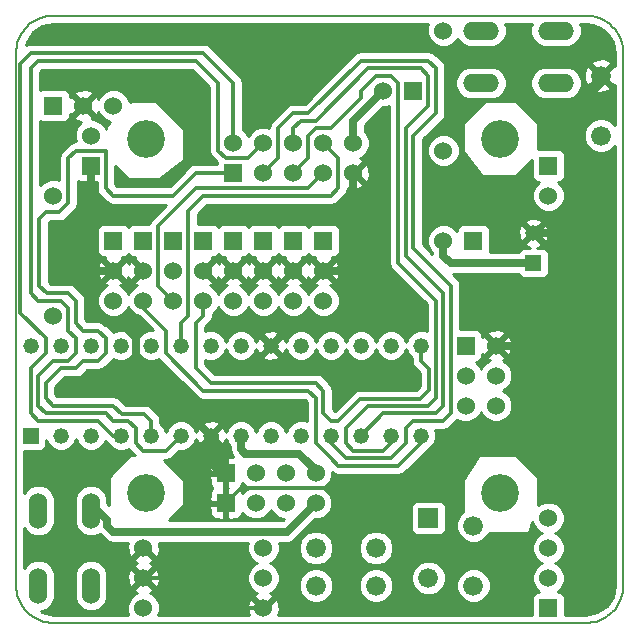
<source format=gtl>
G04 (created by PCBNEW-RS274X (2011-04-05)-testing) date Mon 09 May 2011 13:31:48 CEST*
G01*
G70*
G90*
%MOIN*%
G04 Gerber Fmt 3.4, Leading zero omitted, Abs format*
%FSLAX34Y34*%
G04 APERTURE LIST*
%ADD10C,0.006000*%
%ADD11C,0.005000*%
%ADD12R,0.060000X0.060000*%
%ADD13C,0.060000*%
%ADD14C,0.126000*%
%ADD15R,0.052000X0.052000*%
%ADD16C,0.052000*%
%ADD17O,0.120000X0.060000*%
%ADD18O,0.060000X0.120000*%
%ADD19R,0.066000X0.066000*%
%ADD20C,0.066000*%
%ADD21C,0.012000*%
%ADD22C,0.025000*%
%ADD23C,0.050000*%
%ADD24C,0.010000*%
G04 APERTURE END LIST*
G54D10*
G54D11*
X44000Y-24000D02*
X61750Y-24000D01*
X42750Y-25250D02*
X42750Y-43000D01*
X44000Y-24000D02*
X43892Y-24005D01*
X43783Y-24019D01*
X43677Y-24043D01*
X43573Y-24076D01*
X43472Y-24118D01*
X43376Y-24168D01*
X43284Y-24227D01*
X43197Y-24293D01*
X43117Y-24367D01*
X43043Y-24447D01*
X42977Y-24534D01*
X42918Y-24626D01*
X42868Y-24722D01*
X42826Y-24823D01*
X42793Y-24927D01*
X42769Y-25033D01*
X42755Y-25142D01*
X42750Y-25250D01*
X63000Y-43000D02*
X63000Y-25250D01*
X63000Y-25250D02*
X62995Y-25142D01*
X62981Y-25033D01*
X62957Y-24927D01*
X62924Y-24823D01*
X62882Y-24722D01*
X62832Y-24626D01*
X62773Y-24534D01*
X62707Y-24447D01*
X62633Y-24367D01*
X62553Y-24293D01*
X62466Y-24227D01*
X62375Y-24168D01*
X62278Y-24118D01*
X62177Y-24076D01*
X62073Y-24043D01*
X61967Y-24019D01*
X61858Y-24005D01*
X61750Y-24000D01*
X44000Y-44250D02*
X61750Y-44250D01*
X61750Y-44250D02*
X61858Y-44245D01*
X61967Y-44231D01*
X62073Y-44207D01*
X62177Y-44174D01*
X62278Y-44132D01*
X62375Y-44082D01*
X62466Y-44023D01*
X62553Y-43957D01*
X62633Y-43883D01*
X62707Y-43803D01*
X62773Y-43716D01*
X62832Y-43624D01*
X62882Y-43528D01*
X62924Y-43427D01*
X62957Y-43323D01*
X62981Y-43217D01*
X62995Y-43108D01*
X63000Y-43000D01*
X42750Y-43000D02*
X42755Y-43108D01*
X42769Y-43217D01*
X42793Y-43323D01*
X42826Y-43427D01*
X42868Y-43528D01*
X42918Y-43624D01*
X42977Y-43716D01*
X43043Y-43803D01*
X43117Y-43883D01*
X43197Y-43957D01*
X43284Y-44023D01*
X43376Y-44082D01*
X43472Y-44132D01*
X43573Y-44174D01*
X43677Y-44207D01*
X43783Y-44231D01*
X43892Y-44245D01*
X44000Y-44250D01*
G54D12*
X60500Y-43750D03*
G54D13*
X60500Y-42750D03*
X60500Y-41750D03*
X60500Y-40750D03*
G54D14*
X58890Y-39920D03*
X47080Y-28110D03*
X58890Y-28110D03*
G54D15*
X43250Y-38000D03*
G54D16*
X44250Y-38000D03*
X45250Y-38000D03*
X46250Y-38000D03*
X47250Y-38000D03*
X48250Y-38000D03*
X49250Y-38000D03*
X50250Y-38000D03*
X51250Y-38000D03*
X52250Y-38000D03*
X53250Y-38000D03*
X54250Y-38000D03*
X55250Y-38000D03*
X56250Y-38000D03*
X56250Y-35000D03*
X55250Y-35000D03*
X54250Y-35000D03*
X53250Y-35000D03*
X52250Y-35000D03*
X51250Y-35000D03*
X50250Y-35000D03*
X49250Y-35000D03*
X48250Y-35000D03*
X47250Y-35000D03*
X46250Y-35000D03*
X45250Y-35000D03*
X44250Y-35000D03*
X43250Y-35000D03*
G54D14*
X47080Y-39920D03*
G54D12*
X50000Y-29250D03*
G54D13*
X51000Y-29250D03*
X52000Y-29250D03*
X53000Y-29250D03*
X54000Y-29250D03*
X50000Y-28250D03*
X51000Y-28250D03*
X52000Y-28250D03*
X53000Y-28250D03*
X54000Y-28250D03*
G54D17*
X58250Y-24500D03*
X60750Y-24500D03*
X58250Y-26250D03*
X60750Y-26250D03*
G54D18*
X45250Y-40500D03*
X45250Y-43000D03*
X43500Y-40500D03*
X43500Y-43000D03*
G54D12*
X46000Y-31500D03*
G54D13*
X46000Y-32500D03*
X46000Y-33500D03*
G54D12*
X47000Y-31500D03*
G54D13*
X47000Y-32500D03*
X47000Y-33500D03*
G54D12*
X48000Y-31500D03*
G54D13*
X48000Y-32500D03*
X48000Y-33500D03*
G54D12*
X49000Y-31500D03*
G54D13*
X49000Y-32500D03*
X49000Y-33500D03*
G54D12*
X50000Y-31500D03*
G54D13*
X50000Y-32500D03*
X50000Y-33500D03*
G54D12*
X51000Y-31500D03*
G54D13*
X51000Y-32500D03*
X51000Y-33500D03*
G54D12*
X52000Y-31500D03*
G54D13*
X52000Y-32500D03*
X52000Y-33500D03*
G54D12*
X53000Y-31500D03*
G54D13*
X53000Y-32500D03*
X53000Y-33500D03*
X51000Y-43750D03*
X47000Y-43750D03*
X51000Y-41750D03*
X47000Y-41750D03*
X51000Y-42750D03*
X47000Y-42750D03*
X57000Y-24500D03*
X57000Y-28500D03*
X44000Y-34000D03*
X44000Y-30000D03*
G54D12*
X49750Y-39250D03*
G54D13*
X50750Y-39250D03*
X51750Y-39250D03*
X52750Y-39250D03*
G54D12*
X49750Y-40250D03*
G54D13*
X50750Y-40250D03*
X51750Y-40250D03*
X52750Y-40250D03*
G54D19*
X56500Y-40750D03*
G54D20*
X56500Y-42750D03*
X54750Y-43000D03*
X52750Y-43000D03*
X54750Y-41750D03*
X52750Y-41750D03*
G54D16*
X60000Y-31250D03*
G54D15*
X60000Y-32250D03*
G54D20*
X62250Y-28000D03*
X62250Y-26000D03*
G54D12*
X56000Y-26500D03*
G54D13*
X55000Y-26500D03*
G54D12*
X58000Y-31500D03*
G54D13*
X57000Y-31500D03*
G54D12*
X60500Y-29000D03*
G54D13*
X60500Y-30000D03*
G54D12*
X45250Y-29000D03*
G54D13*
X45250Y-28000D03*
G54D12*
X44000Y-27000D03*
G54D13*
X45000Y-27000D03*
X46000Y-27000D03*
G54D12*
X57750Y-35000D03*
G54D13*
X57750Y-36000D03*
X57750Y-37000D03*
X58750Y-35000D03*
X58750Y-36000D03*
X58750Y-37000D03*
G54D20*
X58000Y-43000D03*
X58000Y-41000D03*
G54D21*
X47750Y-34500D02*
X47750Y-35250D01*
X56250Y-38250D02*
X55500Y-39000D01*
X47000Y-33750D02*
X47000Y-33500D01*
X52750Y-38250D02*
X53250Y-38750D01*
X52750Y-37500D02*
X52750Y-38250D01*
X47000Y-33750D02*
X47750Y-34500D01*
X53250Y-38750D02*
X53500Y-39000D01*
X53500Y-39000D02*
X55500Y-39000D01*
X52750Y-36750D02*
X52750Y-37500D01*
X52500Y-36500D02*
X52750Y-36750D01*
X49750Y-36500D02*
X52500Y-36500D01*
X49000Y-36500D02*
X49750Y-36500D01*
X47750Y-35250D02*
X49000Y-36500D01*
X56250Y-38250D02*
X56250Y-38000D01*
X56250Y-38250D02*
X56250Y-38000D01*
X49250Y-36250D02*
X52750Y-36250D01*
X49000Y-34000D02*
X48750Y-34250D01*
X48750Y-34250D02*
X48750Y-35750D01*
X48750Y-35750D02*
X49250Y-36250D01*
X49000Y-33500D02*
X49000Y-34000D01*
X56250Y-35500D02*
X56250Y-35000D01*
X56528Y-35778D02*
X56250Y-35500D01*
X56528Y-36472D02*
X56528Y-35778D01*
X56222Y-36778D02*
X56528Y-36472D01*
X54222Y-36778D02*
X56222Y-36778D01*
X53500Y-37500D02*
X54222Y-36778D01*
X53250Y-37500D02*
X53500Y-37500D01*
X53000Y-37250D02*
X53250Y-37500D01*
X53000Y-36500D02*
X53000Y-37250D01*
X52750Y-36250D02*
X53000Y-36500D01*
X48250Y-35000D02*
X48250Y-34250D01*
X53500Y-28750D02*
X53000Y-28250D01*
X53500Y-29750D02*
X53500Y-28750D01*
X53250Y-30000D02*
X53500Y-29750D01*
X49000Y-30000D02*
X53250Y-30000D01*
X48500Y-30500D02*
X49000Y-30000D01*
X48500Y-34000D02*
X48500Y-30500D01*
X48250Y-34250D02*
X48500Y-34000D01*
X47500Y-33000D02*
X47500Y-31000D01*
X53000Y-29250D02*
X52500Y-29750D01*
X47500Y-33000D02*
X48000Y-33500D01*
X48750Y-29750D02*
X52500Y-29750D01*
X47500Y-31000D02*
X48750Y-29750D01*
X46250Y-38000D02*
X46000Y-38000D01*
X46000Y-38000D02*
X45500Y-37500D01*
X45500Y-37500D02*
X43500Y-37500D01*
X43500Y-37500D02*
X43250Y-37250D01*
X43250Y-37250D02*
X43250Y-35750D01*
X43250Y-35750D02*
X43750Y-35250D01*
X43750Y-35250D02*
X43750Y-34750D01*
X50000Y-26250D02*
X49000Y-25250D01*
X49000Y-25250D02*
X43250Y-25250D01*
X43250Y-25250D02*
X42900Y-25600D01*
X42900Y-25600D02*
X42900Y-33900D01*
X42900Y-33900D02*
X43750Y-34750D01*
X50000Y-26250D02*
X50000Y-28250D01*
X46250Y-38000D02*
X46000Y-38000D01*
X45750Y-28500D02*
X45750Y-28750D01*
X45500Y-34500D02*
X45000Y-34500D01*
X45000Y-34500D02*
X44750Y-34250D01*
X44750Y-34250D02*
X44750Y-33500D01*
X44750Y-33500D02*
X44500Y-33250D01*
X44500Y-33250D02*
X43778Y-33250D01*
X43778Y-33250D02*
X43528Y-33000D01*
X43528Y-33000D02*
X43528Y-30778D01*
X43528Y-30778D02*
X43750Y-30556D01*
X43750Y-30556D02*
X44194Y-30556D01*
X44194Y-30556D02*
X44500Y-30250D01*
X47250Y-38000D02*
X47250Y-37500D01*
X45750Y-35250D02*
X45750Y-34750D01*
X45500Y-35500D02*
X45750Y-35250D01*
X45000Y-35500D02*
X45500Y-35500D01*
X44750Y-35750D02*
X45000Y-35500D01*
X44250Y-35750D02*
X44750Y-35750D01*
X43750Y-36250D02*
X44250Y-35750D01*
X43750Y-36750D02*
X43750Y-36250D01*
X44000Y-37000D02*
X43750Y-36750D01*
X46000Y-37000D02*
X44000Y-37000D01*
X46278Y-37278D02*
X46000Y-37000D01*
X47028Y-37278D02*
X46278Y-37278D01*
X47250Y-37500D02*
X47028Y-37278D01*
X45750Y-34750D02*
X45500Y-34500D01*
X45000Y-28500D02*
X44750Y-28500D01*
X44750Y-28500D02*
X44500Y-28750D01*
X44500Y-28750D02*
X44500Y-30250D01*
X45750Y-28500D02*
X45000Y-28500D01*
X48750Y-29250D02*
X50000Y-29250D01*
X48000Y-30000D02*
X48750Y-29250D01*
X46000Y-30000D02*
X48000Y-30000D01*
X45750Y-29750D02*
X46000Y-30000D01*
X45750Y-28750D02*
X45750Y-29750D01*
X44500Y-33750D02*
X44250Y-33500D01*
X46000Y-37500D02*
X45750Y-37250D01*
X45750Y-37250D02*
X43750Y-37250D01*
X43750Y-37250D02*
X43500Y-37000D01*
X43500Y-37000D02*
X43500Y-36000D01*
X43500Y-36000D02*
X44000Y-35500D01*
X44000Y-35500D02*
X44500Y-35500D01*
X44500Y-35500D02*
X44750Y-35250D01*
X44750Y-35250D02*
X44750Y-34750D01*
X51000Y-28250D02*
X50500Y-28750D01*
X47750Y-38500D02*
X48250Y-38000D01*
X47000Y-38500D02*
X47750Y-38500D01*
X46750Y-38250D02*
X47000Y-38500D01*
X46750Y-37750D02*
X46750Y-38250D01*
X46500Y-37500D02*
X46750Y-37750D01*
X44500Y-34500D02*
X44750Y-34750D01*
X44500Y-33750D02*
X44500Y-34500D01*
X43250Y-25750D02*
X43250Y-29000D01*
X43500Y-25500D02*
X43250Y-25750D01*
X48750Y-25500D02*
X43500Y-25500D01*
X49500Y-26250D02*
X48750Y-25500D01*
X49500Y-28500D02*
X49500Y-26250D01*
X49750Y-28750D02*
X49500Y-28500D01*
X50500Y-28750D02*
X49750Y-28750D01*
X46500Y-37500D02*
X46000Y-37500D01*
X43250Y-33250D02*
X43250Y-29000D01*
X43500Y-33500D02*
X43250Y-33250D01*
X44250Y-33500D02*
X43500Y-33500D01*
X51000Y-29250D02*
X51500Y-28750D01*
X56000Y-31750D02*
X56500Y-32250D01*
X56000Y-28000D02*
X56000Y-31750D01*
X56750Y-27250D02*
X56000Y-28000D01*
X56750Y-25750D02*
X56750Y-27250D01*
X56500Y-25500D02*
X56750Y-25750D01*
X54250Y-25500D02*
X56500Y-25500D01*
X52500Y-27250D02*
X54250Y-25500D01*
X52000Y-27250D02*
X52500Y-27250D01*
X51500Y-27750D02*
X52000Y-27250D01*
X51500Y-28750D02*
X51500Y-27750D01*
X55750Y-38250D02*
X55750Y-37750D01*
X57000Y-37500D02*
X57250Y-37250D01*
X57250Y-37250D02*
X57250Y-33000D01*
X57250Y-33000D02*
X57000Y-32750D01*
X57000Y-32750D02*
X56500Y-32250D01*
X53250Y-38250D02*
X53750Y-38750D01*
X53750Y-38750D02*
X55250Y-38750D01*
X55250Y-38750D02*
X55750Y-38250D01*
X53250Y-38250D02*
X53250Y-38000D01*
X56000Y-37500D02*
X57000Y-37500D01*
X55750Y-37750D02*
X56000Y-37500D01*
X53250Y-38000D02*
X53250Y-38150D01*
X56250Y-32500D02*
X55750Y-32000D01*
X57000Y-37000D02*
X56750Y-37250D01*
X56750Y-37250D02*
X56722Y-37250D01*
X56500Y-37250D02*
X56722Y-37250D01*
X55000Y-37250D02*
X56500Y-37250D01*
X57000Y-36750D02*
X57000Y-33250D01*
X57000Y-33250D02*
X56250Y-32500D01*
X54250Y-38000D02*
X55000Y-37250D01*
X57000Y-36750D02*
X57000Y-37000D01*
X52000Y-27750D02*
X52000Y-28250D01*
X52250Y-27500D02*
X52000Y-27750D01*
X52750Y-27500D02*
X52250Y-27500D01*
X54500Y-25750D02*
X52750Y-27500D01*
X56250Y-25750D02*
X54500Y-25750D01*
X56500Y-26000D02*
X56250Y-25750D01*
X56500Y-27000D02*
X56500Y-26000D01*
X55750Y-27750D02*
X56500Y-27000D01*
X55750Y-32000D02*
X55750Y-27750D01*
X55750Y-32500D02*
X55500Y-32250D01*
X56500Y-37000D02*
X56750Y-36750D01*
X56750Y-36750D02*
X56750Y-36500D01*
X55250Y-38000D02*
X55250Y-38250D01*
X56750Y-33500D02*
X55750Y-32500D01*
X56750Y-36500D02*
X56750Y-33500D01*
X54500Y-37000D02*
X56250Y-37000D01*
X53750Y-37750D02*
X54500Y-37000D01*
X53750Y-38250D02*
X53750Y-37750D01*
X54000Y-38500D02*
X53750Y-38250D01*
X55000Y-38500D02*
X54000Y-38500D01*
X55250Y-38250D02*
X55000Y-38500D01*
X56250Y-37000D02*
X56500Y-37000D01*
X52500Y-28750D02*
X52500Y-28000D01*
X52500Y-28000D02*
X52750Y-27750D01*
X52750Y-27750D02*
X53250Y-27750D01*
X53250Y-27750D02*
X54250Y-26750D01*
X54250Y-26750D02*
X54250Y-26500D01*
X54250Y-26500D02*
X54750Y-26000D01*
X54750Y-26000D02*
X55250Y-26000D01*
X55250Y-26000D02*
X55500Y-26250D01*
X55500Y-26250D02*
X55500Y-26750D01*
X55500Y-26750D02*
X55500Y-27750D01*
X52500Y-28750D02*
X52000Y-29250D01*
X55500Y-32250D02*
X55500Y-27750D01*
G54D22*
X45250Y-40500D02*
X45500Y-40500D01*
X46400Y-41200D02*
X47800Y-41200D01*
X47800Y-41200D02*
X51800Y-41200D01*
X51800Y-41200D02*
X52100Y-40900D01*
X52100Y-40900D02*
X52750Y-40250D01*
X46000Y-41200D02*
X46400Y-41200D01*
X45800Y-41000D02*
X46000Y-41200D01*
X45800Y-40800D02*
X45800Y-41000D01*
X45500Y-40500D02*
X45800Y-40800D01*
X57000Y-31500D02*
X57000Y-32000D01*
X57250Y-32250D02*
X60000Y-32250D01*
X57000Y-32000D02*
X57250Y-32250D01*
X54000Y-28250D02*
X54000Y-27500D01*
X54000Y-27500D02*
X55000Y-26500D01*
X52750Y-39250D02*
X52750Y-39150D01*
X50250Y-38450D02*
X50250Y-38000D01*
X50400Y-38600D02*
X50250Y-38450D01*
X52200Y-38600D02*
X50400Y-38600D01*
X52750Y-39150D02*
X52200Y-38600D01*
G54D21*
X47000Y-42750D02*
X48250Y-42750D01*
X49250Y-43750D02*
X51000Y-43750D01*
X48250Y-42750D02*
X49250Y-43750D01*
X49750Y-40250D02*
X50250Y-39750D01*
X59750Y-36000D02*
X58750Y-35000D01*
X59750Y-37250D02*
X59750Y-36000D01*
X59000Y-38000D02*
X59750Y-37250D01*
X58250Y-38000D02*
X59000Y-38000D01*
X56000Y-40250D02*
X58250Y-38000D01*
X53750Y-40250D02*
X56000Y-40250D01*
X53250Y-39750D02*
X53750Y-40250D01*
X50250Y-39750D02*
X53250Y-39750D01*
G54D22*
X58750Y-35000D02*
X60250Y-35000D01*
X60250Y-35000D02*
X61000Y-34250D01*
X61000Y-34250D02*
X61000Y-31500D01*
X61000Y-31500D02*
X60750Y-31250D01*
X60000Y-31250D02*
X60750Y-31250D01*
X62250Y-26250D02*
X62250Y-26000D01*
X61500Y-27000D02*
X62250Y-26250D01*
X61500Y-30500D02*
X61500Y-27000D01*
X60750Y-31250D02*
X61500Y-30500D01*
X53000Y-32500D02*
X53500Y-32500D01*
X54000Y-32000D02*
X54000Y-29250D01*
X53500Y-32500D02*
X54000Y-32000D01*
X51250Y-35000D02*
X52000Y-34250D01*
X54250Y-32500D02*
X53000Y-32500D01*
X54500Y-32750D02*
X54250Y-32500D01*
X54500Y-33750D02*
X54500Y-32750D01*
X54000Y-34250D02*
X54500Y-33750D01*
X52000Y-34250D02*
X54000Y-34250D01*
X49250Y-38000D02*
X46750Y-35500D01*
X45400Y-33900D02*
X45400Y-32500D01*
X45750Y-34250D02*
X45400Y-33900D01*
X46250Y-34250D02*
X45750Y-34250D01*
X46750Y-34750D02*
X46250Y-34250D01*
X46750Y-35500D02*
X46750Y-34750D01*
X46000Y-32500D02*
X45400Y-32500D01*
X45250Y-29950D02*
X45250Y-29000D01*
X45400Y-32500D02*
X45100Y-32200D01*
X45100Y-32200D02*
X45100Y-30100D01*
X45100Y-30100D02*
X45250Y-29950D01*
G54D23*
X49750Y-39250D02*
X49250Y-38750D01*
X49250Y-38750D02*
X49250Y-38000D01*
G54D10*
G36*
X47751Y-30310D02*
X47281Y-30781D01*
X47214Y-30881D01*
X47199Y-30951D01*
X46651Y-30951D01*
X46559Y-30989D01*
X46500Y-31048D01*
X46441Y-30989D01*
X46350Y-30951D01*
X46251Y-30951D01*
X45651Y-30951D01*
X45559Y-30989D01*
X45489Y-31059D01*
X45451Y-31150D01*
X45451Y-31249D01*
X45451Y-31849D01*
X45489Y-31941D01*
X45559Y-32011D01*
X45650Y-32049D01*
X45712Y-32049D01*
X45692Y-32122D01*
X46000Y-32429D01*
X46308Y-32122D01*
X46287Y-32049D01*
X46349Y-32049D01*
X46441Y-32011D01*
X46500Y-31952D01*
X46559Y-32011D01*
X46650Y-32049D01*
X46712Y-32049D01*
X46692Y-32122D01*
X46965Y-32394D01*
X47000Y-32429D01*
X47071Y-32500D01*
X47000Y-32571D01*
X46929Y-32641D01*
X46929Y-32500D01*
X46622Y-32192D01*
X46528Y-32219D01*
X46502Y-32292D01*
X46472Y-32219D01*
X46378Y-32192D01*
X46071Y-32500D01*
X46378Y-32808D01*
X46472Y-32781D01*
X46497Y-32707D01*
X46528Y-32781D01*
X46622Y-32808D01*
X46929Y-32500D01*
X46929Y-32641D01*
X46692Y-32878D01*
X46719Y-32972D01*
X46784Y-32995D01*
X46689Y-33035D01*
X46535Y-33189D01*
X46500Y-33273D01*
X46465Y-33189D01*
X46311Y-33035D01*
X46219Y-32997D01*
X46281Y-32972D01*
X46308Y-32878D01*
X46000Y-32571D01*
X45929Y-32641D01*
X45929Y-32500D01*
X45622Y-32192D01*
X45528Y-32219D01*
X45457Y-32421D01*
X45468Y-32634D01*
X45528Y-32781D01*
X45622Y-32808D01*
X45929Y-32500D01*
X45929Y-32641D01*
X45692Y-32878D01*
X45719Y-32972D01*
X45784Y-32995D01*
X45689Y-33035D01*
X45535Y-33189D01*
X45451Y-33391D01*
X45451Y-33609D01*
X45535Y-33811D01*
X45689Y-33965D01*
X45891Y-34049D01*
X46109Y-34049D01*
X46311Y-33965D01*
X46465Y-33811D01*
X46500Y-33726D01*
X46535Y-33811D01*
X46689Y-33965D01*
X46839Y-34027D01*
X47302Y-34491D01*
X47149Y-34491D01*
X46962Y-34568D01*
X46819Y-34712D01*
X46750Y-34877D01*
X46682Y-34712D01*
X46538Y-34569D01*
X46351Y-34491D01*
X46149Y-34491D01*
X45987Y-34557D01*
X45986Y-34557D01*
X45969Y-34531D01*
X45969Y-34530D01*
X45719Y-34281D01*
X45619Y-34214D01*
X45500Y-34190D01*
X45128Y-34190D01*
X45060Y-34121D01*
X45060Y-33500D01*
X45036Y-33382D01*
X45036Y-33381D01*
X45002Y-33331D01*
X44969Y-33281D01*
X44969Y-33280D01*
X44719Y-33031D01*
X44619Y-32964D01*
X44500Y-32940D01*
X43906Y-32940D01*
X43838Y-32871D01*
X43838Y-30906D01*
X43878Y-30866D01*
X44194Y-30866D01*
X44312Y-30842D01*
X44313Y-30842D01*
X44413Y-30775D01*
X44719Y-30470D01*
X44719Y-30469D01*
X44786Y-30369D01*
X44809Y-30251D01*
X44810Y-30250D01*
X44810Y-29511D01*
X44901Y-29549D01*
X45138Y-29550D01*
X45200Y-29488D01*
X45200Y-29100D01*
X45200Y-29050D01*
X45200Y-28950D01*
X45300Y-28950D01*
X45300Y-29050D01*
X45300Y-29100D01*
X45300Y-29488D01*
X45362Y-29550D01*
X45440Y-29549D01*
X45440Y-29750D01*
X45464Y-29869D01*
X45531Y-29969D01*
X45780Y-30219D01*
X45781Y-30219D01*
X45831Y-30252D01*
X45881Y-30286D01*
X45882Y-30286D01*
X46000Y-30310D01*
X47751Y-30310D01*
X47751Y-30310D01*
G37*
G54D24*
X47751Y-30310D02*
X47281Y-30781D01*
X47214Y-30881D01*
X47199Y-30951D01*
X46651Y-30951D01*
X46559Y-30989D01*
X46500Y-31048D01*
X46441Y-30989D01*
X46350Y-30951D01*
X46251Y-30951D01*
X45651Y-30951D01*
X45559Y-30989D01*
X45489Y-31059D01*
X45451Y-31150D01*
X45451Y-31249D01*
X45451Y-31849D01*
X45489Y-31941D01*
X45559Y-32011D01*
X45650Y-32049D01*
X45712Y-32049D01*
X45692Y-32122D01*
X46000Y-32429D01*
X46308Y-32122D01*
X46287Y-32049D01*
X46349Y-32049D01*
X46441Y-32011D01*
X46500Y-31952D01*
X46559Y-32011D01*
X46650Y-32049D01*
X46712Y-32049D01*
X46692Y-32122D01*
X46965Y-32394D01*
X47000Y-32429D01*
X47071Y-32500D01*
X47000Y-32571D01*
X46929Y-32641D01*
X46929Y-32500D01*
X46622Y-32192D01*
X46528Y-32219D01*
X46502Y-32292D01*
X46472Y-32219D01*
X46378Y-32192D01*
X46071Y-32500D01*
X46378Y-32808D01*
X46472Y-32781D01*
X46497Y-32707D01*
X46528Y-32781D01*
X46622Y-32808D01*
X46929Y-32500D01*
X46929Y-32641D01*
X46692Y-32878D01*
X46719Y-32972D01*
X46784Y-32995D01*
X46689Y-33035D01*
X46535Y-33189D01*
X46500Y-33273D01*
X46465Y-33189D01*
X46311Y-33035D01*
X46219Y-32997D01*
X46281Y-32972D01*
X46308Y-32878D01*
X46000Y-32571D01*
X45929Y-32641D01*
X45929Y-32500D01*
X45622Y-32192D01*
X45528Y-32219D01*
X45457Y-32421D01*
X45468Y-32634D01*
X45528Y-32781D01*
X45622Y-32808D01*
X45929Y-32500D01*
X45929Y-32641D01*
X45692Y-32878D01*
X45719Y-32972D01*
X45784Y-32995D01*
X45689Y-33035D01*
X45535Y-33189D01*
X45451Y-33391D01*
X45451Y-33609D01*
X45535Y-33811D01*
X45689Y-33965D01*
X45891Y-34049D01*
X46109Y-34049D01*
X46311Y-33965D01*
X46465Y-33811D01*
X46500Y-33726D01*
X46535Y-33811D01*
X46689Y-33965D01*
X46839Y-34027D01*
X47302Y-34491D01*
X47149Y-34491D01*
X46962Y-34568D01*
X46819Y-34712D01*
X46750Y-34877D01*
X46682Y-34712D01*
X46538Y-34569D01*
X46351Y-34491D01*
X46149Y-34491D01*
X45987Y-34557D01*
X45986Y-34557D01*
X45969Y-34531D01*
X45969Y-34530D01*
X45719Y-34281D01*
X45619Y-34214D01*
X45500Y-34190D01*
X45128Y-34190D01*
X45060Y-34121D01*
X45060Y-33500D01*
X45036Y-33382D01*
X45036Y-33381D01*
X45002Y-33331D01*
X44969Y-33281D01*
X44969Y-33280D01*
X44719Y-33031D01*
X44619Y-32964D01*
X44500Y-32940D01*
X43906Y-32940D01*
X43838Y-32871D01*
X43838Y-30906D01*
X43878Y-30866D01*
X44194Y-30866D01*
X44312Y-30842D01*
X44313Y-30842D01*
X44413Y-30775D01*
X44719Y-30470D01*
X44719Y-30469D01*
X44786Y-30369D01*
X44809Y-30251D01*
X44810Y-30250D01*
X44810Y-29511D01*
X44901Y-29549D01*
X45138Y-29550D01*
X45200Y-29488D01*
X45200Y-29100D01*
X45200Y-29050D01*
X45200Y-28950D01*
X45300Y-28950D01*
X45300Y-29050D01*
X45300Y-29100D01*
X45300Y-29488D01*
X45362Y-29550D01*
X45440Y-29549D01*
X45440Y-29750D01*
X45464Y-29869D01*
X45531Y-29969D01*
X45780Y-30219D01*
X45781Y-30219D01*
X45831Y-30252D01*
X45881Y-30286D01*
X45882Y-30286D01*
X46000Y-30310D01*
X47751Y-30310D01*
G54D10*
G36*
X48071Y-32500D02*
X48000Y-32571D01*
X47929Y-32500D01*
X48000Y-32429D01*
X48071Y-32500D01*
X48071Y-32500D01*
G37*
G54D24*
X48071Y-32500D02*
X48000Y-32571D01*
X47929Y-32500D01*
X48000Y-32429D01*
X48071Y-32500D01*
G54D10*
G36*
X49454Y-28892D02*
X49451Y-28900D01*
X49451Y-28940D01*
X48750Y-28940D01*
X48631Y-28964D01*
X48530Y-29031D01*
X48350Y-29211D01*
X47871Y-29690D01*
X46128Y-29690D01*
X46060Y-29621D01*
X46060Y-29031D01*
X46479Y-29450D01*
X47517Y-29450D01*
X48350Y-28825D01*
X48350Y-27779D01*
X47421Y-26850D01*
X46579Y-26850D01*
X46545Y-26883D01*
X46465Y-26689D01*
X46311Y-26535D01*
X46109Y-26451D01*
X45891Y-26451D01*
X45689Y-26535D01*
X45535Y-26689D01*
X45497Y-26780D01*
X45472Y-26719D01*
X45378Y-26692D01*
X45308Y-26762D01*
X45308Y-26622D01*
X45281Y-26528D01*
X45079Y-26457D01*
X44866Y-26468D01*
X44719Y-26528D01*
X44692Y-26622D01*
X45000Y-26929D01*
X45308Y-26622D01*
X45308Y-26762D01*
X45071Y-27000D01*
X45378Y-27308D01*
X45472Y-27281D01*
X45495Y-27215D01*
X45535Y-27311D01*
X45689Y-27465D01*
X45883Y-27545D01*
X45750Y-27679D01*
X45750Y-27773D01*
X45715Y-27689D01*
X45561Y-27535D01*
X45359Y-27451D01*
X45287Y-27451D01*
X45308Y-27378D01*
X45000Y-27071D01*
X44692Y-27378D01*
X44719Y-27472D01*
X44921Y-27543D01*
X44931Y-27542D01*
X44785Y-27689D01*
X44701Y-27891D01*
X44701Y-28109D01*
X44735Y-28192D01*
X44631Y-28214D01*
X44581Y-28247D01*
X44530Y-28281D01*
X44281Y-28531D01*
X44214Y-28631D01*
X44190Y-28750D01*
X44190Y-29484D01*
X44109Y-29451D01*
X43891Y-29451D01*
X43689Y-29535D01*
X43560Y-29664D01*
X43560Y-29000D01*
X43560Y-27511D01*
X43650Y-27549D01*
X43749Y-27549D01*
X44349Y-27549D01*
X44441Y-27511D01*
X44511Y-27441D01*
X44549Y-27350D01*
X44549Y-27287D01*
X44622Y-27308D01*
X44929Y-27000D01*
X44622Y-26692D01*
X44549Y-26712D01*
X44549Y-26651D01*
X44511Y-26559D01*
X44441Y-26489D01*
X44350Y-26451D01*
X44251Y-26451D01*
X43651Y-26451D01*
X43560Y-26488D01*
X43560Y-25878D01*
X43628Y-25810D01*
X48621Y-25810D01*
X49190Y-26378D01*
X49190Y-28500D01*
X49214Y-28619D01*
X49281Y-28719D01*
X49454Y-28892D01*
X49454Y-28892D01*
G37*
G54D24*
X49454Y-28892D02*
X49451Y-28900D01*
X49451Y-28940D01*
X48750Y-28940D01*
X48631Y-28964D01*
X48530Y-29031D01*
X48350Y-29211D01*
X47871Y-29690D01*
X46128Y-29690D01*
X46060Y-29621D01*
X46060Y-29031D01*
X46479Y-29450D01*
X47517Y-29450D01*
X48350Y-28825D01*
X48350Y-27779D01*
X47421Y-26850D01*
X46579Y-26850D01*
X46545Y-26883D01*
X46465Y-26689D01*
X46311Y-26535D01*
X46109Y-26451D01*
X45891Y-26451D01*
X45689Y-26535D01*
X45535Y-26689D01*
X45497Y-26780D01*
X45472Y-26719D01*
X45378Y-26692D01*
X45308Y-26762D01*
X45308Y-26622D01*
X45281Y-26528D01*
X45079Y-26457D01*
X44866Y-26468D01*
X44719Y-26528D01*
X44692Y-26622D01*
X45000Y-26929D01*
X45308Y-26622D01*
X45308Y-26762D01*
X45071Y-27000D01*
X45378Y-27308D01*
X45472Y-27281D01*
X45495Y-27215D01*
X45535Y-27311D01*
X45689Y-27465D01*
X45883Y-27545D01*
X45750Y-27679D01*
X45750Y-27773D01*
X45715Y-27689D01*
X45561Y-27535D01*
X45359Y-27451D01*
X45287Y-27451D01*
X45308Y-27378D01*
X45000Y-27071D01*
X44692Y-27378D01*
X44719Y-27472D01*
X44921Y-27543D01*
X44931Y-27542D01*
X44785Y-27689D01*
X44701Y-27891D01*
X44701Y-28109D01*
X44735Y-28192D01*
X44631Y-28214D01*
X44581Y-28247D01*
X44530Y-28281D01*
X44281Y-28531D01*
X44214Y-28631D01*
X44190Y-28750D01*
X44190Y-29484D01*
X44109Y-29451D01*
X43891Y-29451D01*
X43689Y-29535D01*
X43560Y-29664D01*
X43560Y-29000D01*
X43560Y-27511D01*
X43650Y-27549D01*
X43749Y-27549D01*
X44349Y-27549D01*
X44441Y-27511D01*
X44511Y-27441D01*
X44549Y-27350D01*
X44549Y-27287D01*
X44622Y-27308D01*
X44929Y-27000D01*
X44622Y-26692D01*
X44549Y-26712D01*
X44549Y-26651D01*
X44511Y-26559D01*
X44441Y-26489D01*
X44350Y-26451D01*
X44251Y-26451D01*
X43651Y-26451D01*
X43560Y-26488D01*
X43560Y-25878D01*
X43628Y-25810D01*
X48621Y-25810D01*
X49190Y-26378D01*
X49190Y-28500D01*
X49214Y-28619D01*
X49281Y-28719D01*
X49454Y-28892D01*
G54D10*
G36*
X50523Y-39750D02*
X50439Y-39785D01*
X50299Y-39925D01*
X50299Y-39900D01*
X50261Y-39809D01*
X50202Y-39750D01*
X50261Y-39691D01*
X50299Y-39600D01*
X50299Y-39575D01*
X50439Y-39715D01*
X50523Y-39750D01*
X50523Y-39750D01*
G37*
G54D24*
X50523Y-39750D02*
X50439Y-39785D01*
X50299Y-39925D01*
X50299Y-39900D01*
X50261Y-39809D01*
X50202Y-39750D01*
X50261Y-39691D01*
X50299Y-39600D01*
X50299Y-39575D01*
X50439Y-39715D01*
X50523Y-39750D01*
G54D10*
G36*
X52440Y-37528D02*
X52351Y-37491D01*
X52149Y-37491D01*
X51962Y-37568D01*
X51819Y-37712D01*
X51750Y-37877D01*
X51682Y-37712D01*
X51538Y-37569D01*
X51351Y-37491D01*
X51149Y-37491D01*
X50962Y-37568D01*
X50819Y-37712D01*
X50750Y-37877D01*
X50682Y-37712D01*
X50538Y-37569D01*
X50351Y-37491D01*
X50149Y-37491D01*
X49962Y-37568D01*
X49819Y-37712D01*
X49744Y-37891D01*
X49743Y-37871D01*
X49690Y-37743D01*
X49600Y-37721D01*
X49529Y-37792D01*
X49529Y-37650D01*
X49507Y-37560D01*
X49319Y-37495D01*
X49121Y-37507D01*
X48993Y-37560D01*
X48971Y-37650D01*
X49250Y-37929D01*
X49529Y-37650D01*
X49529Y-37792D01*
X49321Y-38000D01*
X49600Y-38279D01*
X49690Y-38257D01*
X49742Y-38104D01*
X49818Y-38288D01*
X49875Y-38344D01*
X49875Y-38450D01*
X49904Y-38594D01*
X49975Y-38700D01*
X49862Y-38700D01*
X49800Y-38762D01*
X49800Y-39150D01*
X49800Y-39200D01*
X49800Y-39300D01*
X49800Y-39350D01*
X49800Y-39738D01*
X49812Y-39750D01*
X49800Y-39762D01*
X49800Y-40150D01*
X49800Y-40200D01*
X49800Y-40300D01*
X49800Y-40350D01*
X49800Y-40738D01*
X49862Y-40800D01*
X50099Y-40799D01*
X50191Y-40761D01*
X50261Y-40691D01*
X50299Y-40600D01*
X50299Y-40575D01*
X50439Y-40715D01*
X50641Y-40799D01*
X50859Y-40799D01*
X51061Y-40715D01*
X51215Y-40561D01*
X51250Y-40476D01*
X51285Y-40561D01*
X51439Y-40715D01*
X51641Y-40799D01*
X51671Y-40799D01*
X51645Y-40825D01*
X49700Y-40825D01*
X49700Y-40738D01*
X49700Y-40300D01*
X49700Y-40200D01*
X49700Y-39762D01*
X49688Y-39750D01*
X49700Y-39738D01*
X49700Y-39300D01*
X49700Y-39200D01*
X49700Y-38762D01*
X49638Y-38700D01*
X49529Y-38700D01*
X49529Y-38350D01*
X49250Y-38071D01*
X48971Y-38350D01*
X48993Y-38440D01*
X49181Y-38505D01*
X49379Y-38493D01*
X49507Y-38440D01*
X49529Y-38350D01*
X49529Y-38700D01*
X49401Y-38701D01*
X49309Y-38739D01*
X49239Y-38809D01*
X49201Y-38900D01*
X49201Y-38999D01*
X49200Y-39138D01*
X49262Y-39200D01*
X49700Y-39200D01*
X49700Y-39300D01*
X49262Y-39300D01*
X49200Y-39362D01*
X49201Y-39501D01*
X49201Y-39600D01*
X49239Y-39691D01*
X49298Y-39750D01*
X49239Y-39809D01*
X49201Y-39900D01*
X49201Y-39999D01*
X49200Y-40138D01*
X49262Y-40200D01*
X49700Y-40200D01*
X49700Y-40300D01*
X49262Y-40300D01*
X49200Y-40362D01*
X49201Y-40501D01*
X49201Y-40600D01*
X49239Y-40691D01*
X49309Y-40761D01*
X49401Y-40799D01*
X49638Y-40800D01*
X49700Y-40738D01*
X49700Y-40825D01*
X48350Y-40825D01*
X47846Y-40825D01*
X48350Y-40321D01*
X48350Y-39479D01*
X47681Y-38810D01*
X47750Y-38810D01*
X47868Y-38786D01*
X47869Y-38786D01*
X47969Y-38719D01*
X48179Y-38509D01*
X48350Y-38509D01*
X48351Y-38509D01*
X48538Y-38432D01*
X48681Y-38288D01*
X48755Y-38108D01*
X48757Y-38129D01*
X48810Y-38257D01*
X48900Y-38279D01*
X49179Y-38000D01*
X48900Y-37721D01*
X48810Y-37743D01*
X48757Y-37895D01*
X48682Y-37712D01*
X48538Y-37569D01*
X48351Y-37491D01*
X48350Y-37491D01*
X48149Y-37491D01*
X47962Y-37568D01*
X47819Y-37712D01*
X47750Y-37877D01*
X47682Y-37712D01*
X47560Y-37590D01*
X47560Y-37500D01*
X47559Y-37499D01*
X47536Y-37381D01*
X47469Y-37281D01*
X47469Y-37280D01*
X47247Y-37059D01*
X47147Y-36992D01*
X47028Y-36968D01*
X46406Y-36968D01*
X46219Y-36781D01*
X46119Y-36714D01*
X46000Y-36690D01*
X44128Y-36690D01*
X44060Y-36621D01*
X44060Y-36378D01*
X44378Y-36060D01*
X44750Y-36060D01*
X44868Y-36036D01*
X44869Y-36036D01*
X44969Y-35969D01*
X45128Y-35810D01*
X45500Y-35810D01*
X45618Y-35786D01*
X45619Y-35786D01*
X45719Y-35719D01*
X45969Y-35470D01*
X45969Y-35469D01*
X45987Y-35441D01*
X46149Y-35509D01*
X46351Y-35509D01*
X46538Y-35432D01*
X46681Y-35288D01*
X46749Y-35122D01*
X46818Y-35288D01*
X46962Y-35431D01*
X47149Y-35509D01*
X47351Y-35509D01*
X47513Y-35442D01*
X47531Y-35469D01*
X48350Y-36288D01*
X48780Y-36719D01*
X48781Y-36719D01*
X48881Y-36786D01*
X48999Y-36809D01*
X49000Y-36810D01*
X49750Y-36810D01*
X52371Y-36810D01*
X52440Y-36878D01*
X52440Y-37500D01*
X52440Y-37528D01*
X52440Y-37528D01*
G37*
G54D24*
X52440Y-37528D02*
X52351Y-37491D01*
X52149Y-37491D01*
X51962Y-37568D01*
X51819Y-37712D01*
X51750Y-37877D01*
X51682Y-37712D01*
X51538Y-37569D01*
X51351Y-37491D01*
X51149Y-37491D01*
X50962Y-37568D01*
X50819Y-37712D01*
X50750Y-37877D01*
X50682Y-37712D01*
X50538Y-37569D01*
X50351Y-37491D01*
X50149Y-37491D01*
X49962Y-37568D01*
X49819Y-37712D01*
X49744Y-37891D01*
X49743Y-37871D01*
X49690Y-37743D01*
X49600Y-37721D01*
X49529Y-37792D01*
X49529Y-37650D01*
X49507Y-37560D01*
X49319Y-37495D01*
X49121Y-37507D01*
X48993Y-37560D01*
X48971Y-37650D01*
X49250Y-37929D01*
X49529Y-37650D01*
X49529Y-37792D01*
X49321Y-38000D01*
X49600Y-38279D01*
X49690Y-38257D01*
X49742Y-38104D01*
X49818Y-38288D01*
X49875Y-38344D01*
X49875Y-38450D01*
X49904Y-38594D01*
X49975Y-38700D01*
X49862Y-38700D01*
X49800Y-38762D01*
X49800Y-39150D01*
X49800Y-39200D01*
X49800Y-39300D01*
X49800Y-39350D01*
X49800Y-39738D01*
X49812Y-39750D01*
X49800Y-39762D01*
X49800Y-40150D01*
X49800Y-40200D01*
X49800Y-40300D01*
X49800Y-40350D01*
X49800Y-40738D01*
X49862Y-40800D01*
X50099Y-40799D01*
X50191Y-40761D01*
X50261Y-40691D01*
X50299Y-40600D01*
X50299Y-40575D01*
X50439Y-40715D01*
X50641Y-40799D01*
X50859Y-40799D01*
X51061Y-40715D01*
X51215Y-40561D01*
X51250Y-40476D01*
X51285Y-40561D01*
X51439Y-40715D01*
X51641Y-40799D01*
X51671Y-40799D01*
X51645Y-40825D01*
X49700Y-40825D01*
X49700Y-40738D01*
X49700Y-40300D01*
X49700Y-40200D01*
X49700Y-39762D01*
X49688Y-39750D01*
X49700Y-39738D01*
X49700Y-39300D01*
X49700Y-39200D01*
X49700Y-38762D01*
X49638Y-38700D01*
X49529Y-38700D01*
X49529Y-38350D01*
X49250Y-38071D01*
X48971Y-38350D01*
X48993Y-38440D01*
X49181Y-38505D01*
X49379Y-38493D01*
X49507Y-38440D01*
X49529Y-38350D01*
X49529Y-38700D01*
X49401Y-38701D01*
X49309Y-38739D01*
X49239Y-38809D01*
X49201Y-38900D01*
X49201Y-38999D01*
X49200Y-39138D01*
X49262Y-39200D01*
X49700Y-39200D01*
X49700Y-39300D01*
X49262Y-39300D01*
X49200Y-39362D01*
X49201Y-39501D01*
X49201Y-39600D01*
X49239Y-39691D01*
X49298Y-39750D01*
X49239Y-39809D01*
X49201Y-39900D01*
X49201Y-39999D01*
X49200Y-40138D01*
X49262Y-40200D01*
X49700Y-40200D01*
X49700Y-40300D01*
X49262Y-40300D01*
X49200Y-40362D01*
X49201Y-40501D01*
X49201Y-40600D01*
X49239Y-40691D01*
X49309Y-40761D01*
X49401Y-40799D01*
X49638Y-40800D01*
X49700Y-40738D01*
X49700Y-40825D01*
X48350Y-40825D01*
X47846Y-40825D01*
X48350Y-40321D01*
X48350Y-39479D01*
X47681Y-38810D01*
X47750Y-38810D01*
X47868Y-38786D01*
X47869Y-38786D01*
X47969Y-38719D01*
X48179Y-38509D01*
X48350Y-38509D01*
X48351Y-38509D01*
X48538Y-38432D01*
X48681Y-38288D01*
X48755Y-38108D01*
X48757Y-38129D01*
X48810Y-38257D01*
X48900Y-38279D01*
X49179Y-38000D01*
X48900Y-37721D01*
X48810Y-37743D01*
X48757Y-37895D01*
X48682Y-37712D01*
X48538Y-37569D01*
X48351Y-37491D01*
X48350Y-37491D01*
X48149Y-37491D01*
X47962Y-37568D01*
X47819Y-37712D01*
X47750Y-37877D01*
X47682Y-37712D01*
X47560Y-37590D01*
X47560Y-37500D01*
X47559Y-37499D01*
X47536Y-37381D01*
X47469Y-37281D01*
X47469Y-37280D01*
X47247Y-37059D01*
X47147Y-36992D01*
X47028Y-36968D01*
X46406Y-36968D01*
X46219Y-36781D01*
X46119Y-36714D01*
X46000Y-36690D01*
X44128Y-36690D01*
X44060Y-36621D01*
X44060Y-36378D01*
X44378Y-36060D01*
X44750Y-36060D01*
X44868Y-36036D01*
X44869Y-36036D01*
X44969Y-35969D01*
X45128Y-35810D01*
X45500Y-35810D01*
X45618Y-35786D01*
X45619Y-35786D01*
X45719Y-35719D01*
X45969Y-35470D01*
X45969Y-35469D01*
X45987Y-35441D01*
X46149Y-35509D01*
X46351Y-35509D01*
X46538Y-35432D01*
X46681Y-35288D01*
X46749Y-35122D01*
X46818Y-35288D01*
X46962Y-35431D01*
X47149Y-35509D01*
X47351Y-35509D01*
X47513Y-35442D01*
X47531Y-35469D01*
X48350Y-36288D01*
X48780Y-36719D01*
X48781Y-36719D01*
X48881Y-36786D01*
X48999Y-36809D01*
X49000Y-36810D01*
X49750Y-36810D01*
X52371Y-36810D01*
X52440Y-36878D01*
X52440Y-37500D01*
X52440Y-37528D01*
G54D10*
G36*
X56440Y-34528D02*
X56351Y-34491D01*
X56149Y-34491D01*
X55962Y-34568D01*
X55819Y-34712D01*
X55750Y-34877D01*
X55682Y-34712D01*
X55538Y-34569D01*
X55351Y-34491D01*
X55149Y-34491D01*
X54962Y-34568D01*
X54819Y-34712D01*
X54750Y-34877D01*
X54682Y-34712D01*
X54543Y-34573D01*
X54543Y-29329D01*
X54532Y-29116D01*
X54472Y-28969D01*
X54378Y-28942D01*
X54071Y-29250D01*
X54378Y-29558D01*
X54472Y-29531D01*
X54543Y-29329D01*
X54543Y-34573D01*
X54538Y-34569D01*
X54351Y-34491D01*
X54149Y-34491D01*
X53962Y-34568D01*
X53819Y-34712D01*
X53750Y-34877D01*
X53682Y-34712D01*
X53538Y-34569D01*
X53351Y-34491D01*
X53149Y-34491D01*
X52962Y-34568D01*
X52819Y-34712D01*
X52750Y-34877D01*
X52682Y-34712D01*
X52538Y-34569D01*
X52351Y-34491D01*
X52149Y-34491D01*
X51962Y-34568D01*
X51819Y-34712D01*
X51744Y-34891D01*
X51743Y-34871D01*
X51690Y-34743D01*
X51600Y-34721D01*
X51529Y-34792D01*
X51529Y-34650D01*
X51507Y-34560D01*
X51319Y-34495D01*
X51121Y-34507D01*
X50993Y-34560D01*
X50971Y-34650D01*
X51250Y-34929D01*
X51529Y-34650D01*
X51529Y-34792D01*
X51321Y-35000D01*
X51600Y-35279D01*
X51690Y-35257D01*
X51742Y-35104D01*
X51818Y-35288D01*
X51962Y-35431D01*
X52149Y-35509D01*
X52351Y-35509D01*
X52538Y-35432D01*
X52681Y-35288D01*
X52749Y-35122D01*
X52818Y-35288D01*
X52962Y-35431D01*
X53149Y-35509D01*
X53351Y-35509D01*
X53538Y-35432D01*
X53681Y-35288D01*
X53749Y-35122D01*
X53818Y-35288D01*
X53962Y-35431D01*
X54149Y-35509D01*
X54351Y-35509D01*
X54538Y-35432D01*
X54681Y-35288D01*
X54749Y-35122D01*
X54818Y-35288D01*
X54962Y-35431D01*
X55149Y-35509D01*
X55351Y-35509D01*
X55538Y-35432D01*
X55681Y-35288D01*
X55749Y-35122D01*
X55818Y-35288D01*
X55940Y-35409D01*
X55940Y-35500D01*
X55964Y-35619D01*
X56031Y-35719D01*
X56218Y-35906D01*
X56218Y-36343D01*
X56093Y-36468D01*
X54222Y-36468D01*
X54103Y-36492D01*
X54003Y-36559D01*
X53375Y-37186D01*
X53310Y-37121D01*
X53310Y-36500D01*
X53286Y-36382D01*
X53286Y-36381D01*
X53252Y-36331D01*
X53219Y-36281D01*
X53219Y-36280D01*
X52969Y-36031D01*
X52869Y-35964D01*
X52750Y-35940D01*
X51529Y-35940D01*
X51529Y-35350D01*
X51250Y-35071D01*
X50971Y-35350D01*
X50993Y-35440D01*
X51181Y-35505D01*
X51379Y-35493D01*
X51507Y-35440D01*
X51529Y-35350D01*
X51529Y-35940D01*
X49378Y-35940D01*
X49060Y-35622D01*
X49060Y-35471D01*
X49149Y-35509D01*
X49351Y-35509D01*
X49538Y-35432D01*
X49681Y-35288D01*
X49749Y-35122D01*
X49818Y-35288D01*
X49962Y-35431D01*
X50149Y-35509D01*
X50351Y-35509D01*
X50538Y-35432D01*
X50681Y-35288D01*
X50755Y-35108D01*
X50757Y-35129D01*
X50810Y-35257D01*
X50900Y-35279D01*
X51179Y-35000D01*
X50900Y-34721D01*
X50810Y-34743D01*
X50757Y-34895D01*
X50682Y-34712D01*
X50538Y-34569D01*
X50351Y-34491D01*
X50149Y-34491D01*
X49962Y-34568D01*
X49819Y-34712D01*
X49750Y-34877D01*
X49682Y-34712D01*
X49538Y-34569D01*
X49351Y-34491D01*
X49149Y-34491D01*
X49060Y-34527D01*
X49060Y-34378D01*
X49219Y-34220D01*
X49219Y-34219D01*
X49252Y-34169D01*
X49286Y-34119D01*
X49286Y-34118D01*
X49309Y-34000D01*
X49310Y-34000D01*
X49310Y-33965D01*
X49311Y-33965D01*
X49465Y-33811D01*
X49500Y-33726D01*
X49535Y-33811D01*
X49689Y-33965D01*
X49891Y-34049D01*
X50109Y-34049D01*
X50311Y-33965D01*
X50465Y-33811D01*
X50500Y-33726D01*
X50535Y-33811D01*
X50689Y-33965D01*
X50891Y-34049D01*
X51109Y-34049D01*
X51311Y-33965D01*
X51465Y-33811D01*
X51500Y-33726D01*
X51535Y-33811D01*
X51689Y-33965D01*
X51891Y-34049D01*
X52109Y-34049D01*
X52311Y-33965D01*
X52465Y-33811D01*
X52500Y-33726D01*
X52535Y-33811D01*
X52689Y-33965D01*
X52891Y-34049D01*
X53109Y-34049D01*
X53311Y-33965D01*
X53465Y-33811D01*
X53549Y-33609D01*
X53549Y-33391D01*
X53543Y-33376D01*
X53543Y-32579D01*
X53532Y-32366D01*
X53472Y-32219D01*
X53378Y-32192D01*
X53071Y-32500D01*
X53378Y-32808D01*
X53472Y-32781D01*
X53543Y-32579D01*
X53543Y-33376D01*
X53465Y-33189D01*
X53311Y-33035D01*
X53219Y-32997D01*
X53281Y-32972D01*
X53308Y-32878D01*
X53000Y-32571D01*
X52929Y-32641D01*
X52929Y-32500D01*
X52622Y-32192D01*
X52528Y-32219D01*
X52502Y-32292D01*
X52472Y-32219D01*
X52378Y-32192D01*
X52071Y-32500D01*
X52378Y-32808D01*
X52472Y-32781D01*
X52497Y-32707D01*
X52528Y-32781D01*
X52622Y-32808D01*
X52929Y-32500D01*
X52929Y-32641D01*
X52692Y-32878D01*
X52719Y-32972D01*
X52784Y-32995D01*
X52689Y-33035D01*
X52535Y-33189D01*
X52500Y-33273D01*
X52465Y-33189D01*
X52311Y-33035D01*
X52219Y-32997D01*
X52281Y-32972D01*
X52308Y-32878D01*
X52000Y-32571D01*
X51929Y-32641D01*
X51929Y-32500D01*
X51622Y-32192D01*
X51528Y-32219D01*
X51502Y-32292D01*
X51472Y-32219D01*
X51378Y-32192D01*
X51071Y-32500D01*
X51378Y-32808D01*
X51472Y-32781D01*
X51497Y-32707D01*
X51528Y-32781D01*
X51622Y-32808D01*
X51929Y-32500D01*
X51929Y-32641D01*
X51692Y-32878D01*
X51719Y-32972D01*
X51784Y-32995D01*
X51689Y-33035D01*
X51535Y-33189D01*
X51500Y-33273D01*
X51465Y-33189D01*
X51311Y-33035D01*
X51219Y-32997D01*
X51281Y-32972D01*
X51308Y-32878D01*
X51000Y-32571D01*
X50929Y-32641D01*
X50929Y-32500D01*
X50622Y-32192D01*
X50528Y-32219D01*
X50502Y-32292D01*
X50472Y-32219D01*
X50378Y-32192D01*
X50071Y-32500D01*
X50378Y-32808D01*
X50472Y-32781D01*
X50497Y-32707D01*
X50528Y-32781D01*
X50622Y-32808D01*
X50929Y-32500D01*
X50929Y-32641D01*
X50692Y-32878D01*
X50719Y-32972D01*
X50784Y-32995D01*
X50689Y-33035D01*
X50535Y-33189D01*
X50500Y-33273D01*
X50465Y-33189D01*
X50311Y-33035D01*
X50219Y-32997D01*
X50281Y-32972D01*
X50308Y-32878D01*
X50000Y-32571D01*
X49929Y-32641D01*
X49929Y-32500D01*
X49622Y-32192D01*
X49528Y-32219D01*
X49502Y-32292D01*
X49472Y-32219D01*
X49378Y-32192D01*
X49071Y-32500D01*
X49378Y-32808D01*
X49472Y-32781D01*
X49497Y-32707D01*
X49528Y-32781D01*
X49622Y-32808D01*
X49929Y-32500D01*
X49929Y-32641D01*
X49692Y-32878D01*
X49719Y-32972D01*
X49784Y-32995D01*
X49689Y-33035D01*
X49535Y-33189D01*
X49500Y-33273D01*
X49465Y-33189D01*
X49311Y-33035D01*
X49219Y-32997D01*
X49281Y-32972D01*
X49308Y-32878D01*
X49035Y-32606D01*
X49000Y-32571D01*
X48929Y-32500D01*
X49000Y-32429D01*
X49035Y-32394D01*
X49308Y-32122D01*
X49287Y-32049D01*
X49349Y-32049D01*
X49441Y-32011D01*
X49500Y-31952D01*
X49559Y-32011D01*
X49650Y-32049D01*
X49712Y-32049D01*
X49692Y-32122D01*
X50000Y-32429D01*
X50308Y-32122D01*
X50287Y-32049D01*
X50349Y-32049D01*
X50441Y-32011D01*
X50500Y-31952D01*
X50559Y-32011D01*
X50650Y-32049D01*
X50712Y-32049D01*
X50692Y-32122D01*
X51000Y-32429D01*
X51308Y-32122D01*
X51287Y-32049D01*
X51349Y-32049D01*
X51441Y-32011D01*
X51500Y-31952D01*
X51559Y-32011D01*
X51650Y-32049D01*
X51712Y-32049D01*
X51692Y-32122D01*
X52000Y-32429D01*
X52308Y-32122D01*
X52287Y-32049D01*
X52349Y-32049D01*
X52441Y-32011D01*
X52500Y-31952D01*
X52559Y-32011D01*
X52650Y-32049D01*
X52712Y-32049D01*
X52692Y-32122D01*
X53000Y-32429D01*
X53308Y-32122D01*
X53287Y-32049D01*
X53349Y-32049D01*
X53441Y-32011D01*
X53511Y-31941D01*
X53549Y-31850D01*
X53549Y-31751D01*
X53549Y-31151D01*
X53511Y-31059D01*
X53441Y-30989D01*
X53350Y-30951D01*
X53251Y-30951D01*
X52651Y-30951D01*
X52559Y-30989D01*
X52500Y-31048D01*
X52441Y-30989D01*
X52350Y-30951D01*
X52251Y-30951D01*
X51651Y-30951D01*
X51559Y-30989D01*
X51500Y-31048D01*
X51441Y-30989D01*
X51350Y-30951D01*
X51251Y-30951D01*
X50651Y-30951D01*
X50559Y-30989D01*
X50500Y-31048D01*
X50441Y-30989D01*
X50350Y-30951D01*
X50251Y-30951D01*
X49651Y-30951D01*
X49559Y-30989D01*
X49500Y-31048D01*
X49441Y-30989D01*
X49350Y-30951D01*
X49251Y-30951D01*
X48810Y-30951D01*
X48810Y-30628D01*
X49128Y-30310D01*
X53250Y-30310D01*
X53368Y-30286D01*
X53369Y-30286D01*
X53469Y-30219D01*
X53719Y-29970D01*
X53719Y-29969D01*
X53752Y-29919D01*
X53786Y-29869D01*
X53786Y-29868D01*
X53809Y-29753D01*
X53921Y-29793D01*
X54134Y-29782D01*
X54281Y-29722D01*
X54308Y-29628D01*
X54035Y-29356D01*
X54000Y-29321D01*
X53929Y-29250D01*
X54000Y-29179D01*
X54035Y-29144D01*
X54308Y-28872D01*
X54281Y-28778D01*
X54215Y-28754D01*
X54311Y-28715D01*
X54465Y-28561D01*
X54549Y-28359D01*
X54549Y-28141D01*
X54465Y-27939D01*
X54375Y-27849D01*
X54375Y-27655D01*
X54981Y-27049D01*
X55109Y-27049D01*
X55190Y-27015D01*
X55190Y-27750D01*
X55190Y-32250D01*
X55214Y-32369D01*
X55281Y-32469D01*
X55530Y-32719D01*
X55531Y-32719D01*
X55532Y-32720D01*
X56440Y-33628D01*
X56440Y-34528D01*
X56440Y-34528D01*
G37*
G54D24*
X56440Y-34528D02*
X56351Y-34491D01*
X56149Y-34491D01*
X55962Y-34568D01*
X55819Y-34712D01*
X55750Y-34877D01*
X55682Y-34712D01*
X55538Y-34569D01*
X55351Y-34491D01*
X55149Y-34491D01*
X54962Y-34568D01*
X54819Y-34712D01*
X54750Y-34877D01*
X54682Y-34712D01*
X54543Y-34573D01*
X54543Y-29329D01*
X54532Y-29116D01*
X54472Y-28969D01*
X54378Y-28942D01*
X54071Y-29250D01*
X54378Y-29558D01*
X54472Y-29531D01*
X54543Y-29329D01*
X54543Y-34573D01*
X54538Y-34569D01*
X54351Y-34491D01*
X54149Y-34491D01*
X53962Y-34568D01*
X53819Y-34712D01*
X53750Y-34877D01*
X53682Y-34712D01*
X53538Y-34569D01*
X53351Y-34491D01*
X53149Y-34491D01*
X52962Y-34568D01*
X52819Y-34712D01*
X52750Y-34877D01*
X52682Y-34712D01*
X52538Y-34569D01*
X52351Y-34491D01*
X52149Y-34491D01*
X51962Y-34568D01*
X51819Y-34712D01*
X51744Y-34891D01*
X51743Y-34871D01*
X51690Y-34743D01*
X51600Y-34721D01*
X51529Y-34792D01*
X51529Y-34650D01*
X51507Y-34560D01*
X51319Y-34495D01*
X51121Y-34507D01*
X50993Y-34560D01*
X50971Y-34650D01*
X51250Y-34929D01*
X51529Y-34650D01*
X51529Y-34792D01*
X51321Y-35000D01*
X51600Y-35279D01*
X51690Y-35257D01*
X51742Y-35104D01*
X51818Y-35288D01*
X51962Y-35431D01*
X52149Y-35509D01*
X52351Y-35509D01*
X52538Y-35432D01*
X52681Y-35288D01*
X52749Y-35122D01*
X52818Y-35288D01*
X52962Y-35431D01*
X53149Y-35509D01*
X53351Y-35509D01*
X53538Y-35432D01*
X53681Y-35288D01*
X53749Y-35122D01*
X53818Y-35288D01*
X53962Y-35431D01*
X54149Y-35509D01*
X54351Y-35509D01*
X54538Y-35432D01*
X54681Y-35288D01*
X54749Y-35122D01*
X54818Y-35288D01*
X54962Y-35431D01*
X55149Y-35509D01*
X55351Y-35509D01*
X55538Y-35432D01*
X55681Y-35288D01*
X55749Y-35122D01*
X55818Y-35288D01*
X55940Y-35409D01*
X55940Y-35500D01*
X55964Y-35619D01*
X56031Y-35719D01*
X56218Y-35906D01*
X56218Y-36343D01*
X56093Y-36468D01*
X54222Y-36468D01*
X54103Y-36492D01*
X54003Y-36559D01*
X53375Y-37186D01*
X53310Y-37121D01*
X53310Y-36500D01*
X53286Y-36382D01*
X53286Y-36381D01*
X53252Y-36331D01*
X53219Y-36281D01*
X53219Y-36280D01*
X52969Y-36031D01*
X52869Y-35964D01*
X52750Y-35940D01*
X51529Y-35940D01*
X51529Y-35350D01*
X51250Y-35071D01*
X50971Y-35350D01*
X50993Y-35440D01*
X51181Y-35505D01*
X51379Y-35493D01*
X51507Y-35440D01*
X51529Y-35350D01*
X51529Y-35940D01*
X49378Y-35940D01*
X49060Y-35622D01*
X49060Y-35471D01*
X49149Y-35509D01*
X49351Y-35509D01*
X49538Y-35432D01*
X49681Y-35288D01*
X49749Y-35122D01*
X49818Y-35288D01*
X49962Y-35431D01*
X50149Y-35509D01*
X50351Y-35509D01*
X50538Y-35432D01*
X50681Y-35288D01*
X50755Y-35108D01*
X50757Y-35129D01*
X50810Y-35257D01*
X50900Y-35279D01*
X51179Y-35000D01*
X50900Y-34721D01*
X50810Y-34743D01*
X50757Y-34895D01*
X50682Y-34712D01*
X50538Y-34569D01*
X50351Y-34491D01*
X50149Y-34491D01*
X49962Y-34568D01*
X49819Y-34712D01*
X49750Y-34877D01*
X49682Y-34712D01*
X49538Y-34569D01*
X49351Y-34491D01*
X49149Y-34491D01*
X49060Y-34527D01*
X49060Y-34378D01*
X49219Y-34220D01*
X49219Y-34219D01*
X49252Y-34169D01*
X49286Y-34119D01*
X49286Y-34118D01*
X49309Y-34000D01*
X49310Y-34000D01*
X49310Y-33965D01*
X49311Y-33965D01*
X49465Y-33811D01*
X49500Y-33726D01*
X49535Y-33811D01*
X49689Y-33965D01*
X49891Y-34049D01*
X50109Y-34049D01*
X50311Y-33965D01*
X50465Y-33811D01*
X50500Y-33726D01*
X50535Y-33811D01*
X50689Y-33965D01*
X50891Y-34049D01*
X51109Y-34049D01*
X51311Y-33965D01*
X51465Y-33811D01*
X51500Y-33726D01*
X51535Y-33811D01*
X51689Y-33965D01*
X51891Y-34049D01*
X52109Y-34049D01*
X52311Y-33965D01*
X52465Y-33811D01*
X52500Y-33726D01*
X52535Y-33811D01*
X52689Y-33965D01*
X52891Y-34049D01*
X53109Y-34049D01*
X53311Y-33965D01*
X53465Y-33811D01*
X53549Y-33609D01*
X53549Y-33391D01*
X53543Y-33376D01*
X53543Y-32579D01*
X53532Y-32366D01*
X53472Y-32219D01*
X53378Y-32192D01*
X53071Y-32500D01*
X53378Y-32808D01*
X53472Y-32781D01*
X53543Y-32579D01*
X53543Y-33376D01*
X53465Y-33189D01*
X53311Y-33035D01*
X53219Y-32997D01*
X53281Y-32972D01*
X53308Y-32878D01*
X53000Y-32571D01*
X52929Y-32641D01*
X52929Y-32500D01*
X52622Y-32192D01*
X52528Y-32219D01*
X52502Y-32292D01*
X52472Y-32219D01*
X52378Y-32192D01*
X52071Y-32500D01*
X52378Y-32808D01*
X52472Y-32781D01*
X52497Y-32707D01*
X52528Y-32781D01*
X52622Y-32808D01*
X52929Y-32500D01*
X52929Y-32641D01*
X52692Y-32878D01*
X52719Y-32972D01*
X52784Y-32995D01*
X52689Y-33035D01*
X52535Y-33189D01*
X52500Y-33273D01*
X52465Y-33189D01*
X52311Y-33035D01*
X52219Y-32997D01*
X52281Y-32972D01*
X52308Y-32878D01*
X52000Y-32571D01*
X51929Y-32641D01*
X51929Y-32500D01*
X51622Y-32192D01*
X51528Y-32219D01*
X51502Y-32292D01*
X51472Y-32219D01*
X51378Y-32192D01*
X51071Y-32500D01*
X51378Y-32808D01*
X51472Y-32781D01*
X51497Y-32707D01*
X51528Y-32781D01*
X51622Y-32808D01*
X51929Y-32500D01*
X51929Y-32641D01*
X51692Y-32878D01*
X51719Y-32972D01*
X51784Y-32995D01*
X51689Y-33035D01*
X51535Y-33189D01*
X51500Y-33273D01*
X51465Y-33189D01*
X51311Y-33035D01*
X51219Y-32997D01*
X51281Y-32972D01*
X51308Y-32878D01*
X51000Y-32571D01*
X50929Y-32641D01*
X50929Y-32500D01*
X50622Y-32192D01*
X50528Y-32219D01*
X50502Y-32292D01*
X50472Y-32219D01*
X50378Y-32192D01*
X50071Y-32500D01*
X50378Y-32808D01*
X50472Y-32781D01*
X50497Y-32707D01*
X50528Y-32781D01*
X50622Y-32808D01*
X50929Y-32500D01*
X50929Y-32641D01*
X50692Y-32878D01*
X50719Y-32972D01*
X50784Y-32995D01*
X50689Y-33035D01*
X50535Y-33189D01*
X50500Y-33273D01*
X50465Y-33189D01*
X50311Y-33035D01*
X50219Y-32997D01*
X50281Y-32972D01*
X50308Y-32878D01*
X50000Y-32571D01*
X49929Y-32641D01*
X49929Y-32500D01*
X49622Y-32192D01*
X49528Y-32219D01*
X49502Y-32292D01*
X49472Y-32219D01*
X49378Y-32192D01*
X49071Y-32500D01*
X49378Y-32808D01*
X49472Y-32781D01*
X49497Y-32707D01*
X49528Y-32781D01*
X49622Y-32808D01*
X49929Y-32500D01*
X49929Y-32641D01*
X49692Y-32878D01*
X49719Y-32972D01*
X49784Y-32995D01*
X49689Y-33035D01*
X49535Y-33189D01*
X49500Y-33273D01*
X49465Y-33189D01*
X49311Y-33035D01*
X49219Y-32997D01*
X49281Y-32972D01*
X49308Y-32878D01*
X49035Y-32606D01*
X49000Y-32571D01*
X48929Y-32500D01*
X49000Y-32429D01*
X49035Y-32394D01*
X49308Y-32122D01*
X49287Y-32049D01*
X49349Y-32049D01*
X49441Y-32011D01*
X49500Y-31952D01*
X49559Y-32011D01*
X49650Y-32049D01*
X49712Y-32049D01*
X49692Y-32122D01*
X50000Y-32429D01*
X50308Y-32122D01*
X50287Y-32049D01*
X50349Y-32049D01*
X50441Y-32011D01*
X50500Y-31952D01*
X50559Y-32011D01*
X50650Y-32049D01*
X50712Y-32049D01*
X50692Y-32122D01*
X51000Y-32429D01*
X51308Y-32122D01*
X51287Y-32049D01*
X51349Y-32049D01*
X51441Y-32011D01*
X51500Y-31952D01*
X51559Y-32011D01*
X51650Y-32049D01*
X51712Y-32049D01*
X51692Y-32122D01*
X52000Y-32429D01*
X52308Y-32122D01*
X52287Y-32049D01*
X52349Y-32049D01*
X52441Y-32011D01*
X52500Y-31952D01*
X52559Y-32011D01*
X52650Y-32049D01*
X52712Y-32049D01*
X52692Y-32122D01*
X53000Y-32429D01*
X53308Y-32122D01*
X53287Y-32049D01*
X53349Y-32049D01*
X53441Y-32011D01*
X53511Y-31941D01*
X53549Y-31850D01*
X53549Y-31751D01*
X53549Y-31151D01*
X53511Y-31059D01*
X53441Y-30989D01*
X53350Y-30951D01*
X53251Y-30951D01*
X52651Y-30951D01*
X52559Y-30989D01*
X52500Y-31048D01*
X52441Y-30989D01*
X52350Y-30951D01*
X52251Y-30951D01*
X51651Y-30951D01*
X51559Y-30989D01*
X51500Y-31048D01*
X51441Y-30989D01*
X51350Y-30951D01*
X51251Y-30951D01*
X50651Y-30951D01*
X50559Y-30989D01*
X50500Y-31048D01*
X50441Y-30989D01*
X50350Y-30951D01*
X50251Y-30951D01*
X49651Y-30951D01*
X49559Y-30989D01*
X49500Y-31048D01*
X49441Y-30989D01*
X49350Y-30951D01*
X49251Y-30951D01*
X48810Y-30951D01*
X48810Y-30628D01*
X49128Y-30310D01*
X53250Y-30310D01*
X53368Y-30286D01*
X53369Y-30286D01*
X53469Y-30219D01*
X53719Y-29970D01*
X53719Y-29969D01*
X53752Y-29919D01*
X53786Y-29869D01*
X53786Y-29868D01*
X53809Y-29753D01*
X53921Y-29793D01*
X54134Y-29782D01*
X54281Y-29722D01*
X54308Y-29628D01*
X54035Y-29356D01*
X54000Y-29321D01*
X53929Y-29250D01*
X54000Y-29179D01*
X54035Y-29144D01*
X54308Y-28872D01*
X54281Y-28778D01*
X54215Y-28754D01*
X54311Y-28715D01*
X54465Y-28561D01*
X54549Y-28359D01*
X54549Y-28141D01*
X54465Y-27939D01*
X54375Y-27849D01*
X54375Y-27655D01*
X54981Y-27049D01*
X55109Y-27049D01*
X55190Y-27015D01*
X55190Y-27750D01*
X55190Y-32250D01*
X55214Y-32369D01*
X55281Y-32469D01*
X55530Y-32719D01*
X55531Y-32719D01*
X55532Y-32720D01*
X56440Y-33628D01*
X56440Y-34528D01*
G54D10*
G36*
X62725Y-42972D02*
X62645Y-43370D01*
X62435Y-43685D01*
X62118Y-43896D01*
X61722Y-43975D01*
X61606Y-43975D01*
X61606Y-26358D01*
X61606Y-26143D01*
X61524Y-25944D01*
X61372Y-25793D01*
X61174Y-25710D01*
X60959Y-25710D01*
X60327Y-25710D01*
X60128Y-25792D01*
X59977Y-25944D01*
X59894Y-26142D01*
X59894Y-26357D01*
X59976Y-26556D01*
X60128Y-26707D01*
X60326Y-26790D01*
X60541Y-26790D01*
X61173Y-26790D01*
X61372Y-26708D01*
X61523Y-26556D01*
X61606Y-26358D01*
X61606Y-43975D01*
X61049Y-43975D01*
X61049Y-43401D01*
X61011Y-43309D01*
X60941Y-43239D01*
X60850Y-43201D01*
X60825Y-43201D01*
X60965Y-43061D01*
X61049Y-42859D01*
X61049Y-42641D01*
X60965Y-42439D01*
X60811Y-42285D01*
X60726Y-42250D01*
X60811Y-42215D01*
X60965Y-42061D01*
X61049Y-41859D01*
X61049Y-41641D01*
X60965Y-41439D01*
X60811Y-41285D01*
X60726Y-41250D01*
X60811Y-41215D01*
X60965Y-41061D01*
X61049Y-40859D01*
X61049Y-40641D01*
X61049Y-30109D01*
X61049Y-29891D01*
X60965Y-29689D01*
X60825Y-29549D01*
X60849Y-29549D01*
X60941Y-29511D01*
X61011Y-29441D01*
X61049Y-29350D01*
X61049Y-29251D01*
X61049Y-28651D01*
X61011Y-28559D01*
X60941Y-28489D01*
X60850Y-28451D01*
X60751Y-28451D01*
X60151Y-28451D01*
X60150Y-28451D01*
X60150Y-27579D01*
X59421Y-26850D01*
X59106Y-26850D01*
X59106Y-26358D01*
X59106Y-26143D01*
X59024Y-25944D01*
X58872Y-25793D01*
X58674Y-25710D01*
X58459Y-25710D01*
X57827Y-25710D01*
X57628Y-25792D01*
X57477Y-25944D01*
X57394Y-26142D01*
X57394Y-26357D01*
X57476Y-26556D01*
X57628Y-26707D01*
X57826Y-26790D01*
X58041Y-26790D01*
X58673Y-26790D01*
X58872Y-26708D01*
X59023Y-26556D01*
X59106Y-26358D01*
X59106Y-26850D01*
X58379Y-26850D01*
X57650Y-27579D01*
X57650Y-28517D01*
X58275Y-29350D01*
X59421Y-29350D01*
X59951Y-28820D01*
X59951Y-29349D01*
X59989Y-29441D01*
X60059Y-29511D01*
X60150Y-29549D01*
X60175Y-29549D01*
X60150Y-29574D01*
X60035Y-29689D01*
X59951Y-29891D01*
X59951Y-30109D01*
X60035Y-30311D01*
X60150Y-30426D01*
X60189Y-30465D01*
X60391Y-30549D01*
X60609Y-30549D01*
X60811Y-30465D01*
X60965Y-30311D01*
X61049Y-30109D01*
X61049Y-40641D01*
X60965Y-40439D01*
X60811Y-40285D01*
X60609Y-40201D01*
X60391Y-40201D01*
X60189Y-40285D01*
X60150Y-40324D01*
X60150Y-39379D01*
X59421Y-38650D01*
X58300Y-38650D01*
X58172Y-38650D01*
X57650Y-39486D01*
X57650Y-40530D01*
X57509Y-40671D01*
X57420Y-40884D01*
X57420Y-41115D01*
X57508Y-41328D01*
X57671Y-41491D01*
X57884Y-41580D01*
X58115Y-41580D01*
X58328Y-41492D01*
X58491Y-41329D01*
X58524Y-41250D01*
X59835Y-41250D01*
X59967Y-40897D01*
X60035Y-41061D01*
X60150Y-41176D01*
X60189Y-41215D01*
X60273Y-41250D01*
X60189Y-41285D01*
X60150Y-41324D01*
X60035Y-41439D01*
X59951Y-41641D01*
X59951Y-41859D01*
X60035Y-42061D01*
X60150Y-42176D01*
X60189Y-42215D01*
X60273Y-42250D01*
X60189Y-42285D01*
X60150Y-42324D01*
X60035Y-42439D01*
X59951Y-42641D01*
X59951Y-42859D01*
X60035Y-43061D01*
X60150Y-43176D01*
X60175Y-43201D01*
X60151Y-43201D01*
X60150Y-43201D01*
X60059Y-43239D01*
X59989Y-43309D01*
X59951Y-43400D01*
X59951Y-43499D01*
X59951Y-43975D01*
X58580Y-43975D01*
X58580Y-43116D01*
X58580Y-42885D01*
X58492Y-42672D01*
X58329Y-42509D01*
X58116Y-42420D01*
X57885Y-42420D01*
X57672Y-42508D01*
X57509Y-42671D01*
X57420Y-42884D01*
X57420Y-43115D01*
X57508Y-43328D01*
X57671Y-43491D01*
X57884Y-43580D01*
X58115Y-43580D01*
X58328Y-43492D01*
X58491Y-43329D01*
X58580Y-43116D01*
X58580Y-43975D01*
X57080Y-43975D01*
X57080Y-42866D01*
X57080Y-42635D01*
X57079Y-42632D01*
X57079Y-41130D01*
X57079Y-41031D01*
X57079Y-40371D01*
X57041Y-40279D01*
X56971Y-40209D01*
X56880Y-40171D01*
X56781Y-40171D01*
X56121Y-40171D01*
X56029Y-40209D01*
X55959Y-40279D01*
X55921Y-40370D01*
X55921Y-40469D01*
X55921Y-41129D01*
X55959Y-41221D01*
X56029Y-41291D01*
X56120Y-41329D01*
X56219Y-41329D01*
X56879Y-41329D01*
X56971Y-41291D01*
X57041Y-41221D01*
X57079Y-41130D01*
X57079Y-42632D01*
X56992Y-42422D01*
X56829Y-42259D01*
X56616Y-42170D01*
X56385Y-42170D01*
X56172Y-42258D01*
X56009Y-42421D01*
X55920Y-42634D01*
X55920Y-42865D01*
X56008Y-43078D01*
X56171Y-43241D01*
X56384Y-43330D01*
X56615Y-43330D01*
X56828Y-43242D01*
X56991Y-43079D01*
X57080Y-42866D01*
X57080Y-43975D01*
X55330Y-43975D01*
X55330Y-43116D01*
X55330Y-42885D01*
X55330Y-41866D01*
X55330Y-41635D01*
X55242Y-41422D01*
X55079Y-41259D01*
X54866Y-41170D01*
X54635Y-41170D01*
X54422Y-41258D01*
X54259Y-41421D01*
X54170Y-41634D01*
X54170Y-41865D01*
X54258Y-42078D01*
X54421Y-42241D01*
X54634Y-42330D01*
X54865Y-42330D01*
X55078Y-42242D01*
X55241Y-42079D01*
X55330Y-41866D01*
X55330Y-42885D01*
X55242Y-42672D01*
X55079Y-42509D01*
X54866Y-42420D01*
X54635Y-42420D01*
X54422Y-42508D01*
X54259Y-42671D01*
X54170Y-42884D01*
X54170Y-43115D01*
X54258Y-43328D01*
X54421Y-43491D01*
X54634Y-43580D01*
X54865Y-43580D01*
X55078Y-43492D01*
X55241Y-43329D01*
X55330Y-43116D01*
X55330Y-43975D01*
X53330Y-43975D01*
X53330Y-43116D01*
X53330Y-42885D01*
X53330Y-41866D01*
X53330Y-41635D01*
X53242Y-41422D01*
X53079Y-41259D01*
X52866Y-41170D01*
X52635Y-41170D01*
X52422Y-41258D01*
X52259Y-41421D01*
X52170Y-41634D01*
X52170Y-41865D01*
X52258Y-42078D01*
X52421Y-42241D01*
X52634Y-42330D01*
X52865Y-42330D01*
X53078Y-42242D01*
X53241Y-42079D01*
X53330Y-41866D01*
X53330Y-42885D01*
X53242Y-42672D01*
X53079Y-42509D01*
X52866Y-42420D01*
X52635Y-42420D01*
X52422Y-42508D01*
X52259Y-42671D01*
X52170Y-42884D01*
X52170Y-43115D01*
X52258Y-43328D01*
X52421Y-43491D01*
X52634Y-43580D01*
X52865Y-43580D01*
X53078Y-43492D01*
X53241Y-43329D01*
X53330Y-43116D01*
X53330Y-43975D01*
X51491Y-43975D01*
X51543Y-43829D01*
X51532Y-43616D01*
X51472Y-43469D01*
X51378Y-43442D01*
X51071Y-43750D01*
X51000Y-43821D01*
X50929Y-43750D01*
X50894Y-43715D01*
X50622Y-43442D01*
X50528Y-43469D01*
X50457Y-43671D01*
X50468Y-43884D01*
X50505Y-43975D01*
X48350Y-43975D01*
X47500Y-43975D01*
X47549Y-43859D01*
X47549Y-43641D01*
X47543Y-43626D01*
X47543Y-42829D01*
X47532Y-42616D01*
X47472Y-42469D01*
X47378Y-42442D01*
X47308Y-42512D01*
X47308Y-42372D01*
X47281Y-42278D01*
X47207Y-42252D01*
X47281Y-42222D01*
X47308Y-42128D01*
X47000Y-41821D01*
X46692Y-42128D01*
X46719Y-42222D01*
X46792Y-42247D01*
X46719Y-42278D01*
X46692Y-42372D01*
X47000Y-42679D01*
X47308Y-42372D01*
X47308Y-42512D01*
X47071Y-42750D01*
X47378Y-43058D01*
X47472Y-43031D01*
X47543Y-42829D01*
X47543Y-43626D01*
X47465Y-43439D01*
X47311Y-43285D01*
X47219Y-43247D01*
X47281Y-43222D01*
X47308Y-43128D01*
X47000Y-42821D01*
X46929Y-42891D01*
X46929Y-42750D01*
X46622Y-42442D01*
X46528Y-42469D01*
X46457Y-42671D01*
X46468Y-42884D01*
X46528Y-43031D01*
X46622Y-43058D01*
X46929Y-42750D01*
X46929Y-42891D01*
X46692Y-43128D01*
X46719Y-43222D01*
X46784Y-43245D01*
X46689Y-43285D01*
X46535Y-43439D01*
X46451Y-43641D01*
X46451Y-43859D01*
X46499Y-43975D01*
X45790Y-43975D01*
X45790Y-43424D01*
X45790Y-43209D01*
X45790Y-42577D01*
X45708Y-42378D01*
X45556Y-42227D01*
X45358Y-42144D01*
X45143Y-42144D01*
X44944Y-42226D01*
X44793Y-42378D01*
X44710Y-42576D01*
X44710Y-42791D01*
X44710Y-43423D01*
X44792Y-43622D01*
X44944Y-43773D01*
X45142Y-43856D01*
X45357Y-43856D01*
X45556Y-43774D01*
X45707Y-43622D01*
X45790Y-43424D01*
X45790Y-43975D01*
X44027Y-43975D01*
X43629Y-43895D01*
X43570Y-43856D01*
X43607Y-43856D01*
X43806Y-43774D01*
X43957Y-43622D01*
X44040Y-43424D01*
X44040Y-43209D01*
X44040Y-42577D01*
X43958Y-42378D01*
X43806Y-42227D01*
X43608Y-42144D01*
X43393Y-42144D01*
X43194Y-42226D01*
X43043Y-42378D01*
X43025Y-42420D01*
X43025Y-41080D01*
X43042Y-41122D01*
X43194Y-41273D01*
X43392Y-41356D01*
X43607Y-41356D01*
X43806Y-41274D01*
X43957Y-41122D01*
X44040Y-40924D01*
X44040Y-40709D01*
X44040Y-40077D01*
X43958Y-39878D01*
X43806Y-39727D01*
X43608Y-39644D01*
X43393Y-39644D01*
X43194Y-39726D01*
X43043Y-39878D01*
X43025Y-39920D01*
X43025Y-38509D01*
X43039Y-38509D01*
X43559Y-38509D01*
X43651Y-38471D01*
X43721Y-38401D01*
X43759Y-38310D01*
X43759Y-38211D01*
X43759Y-38144D01*
X43818Y-38288D01*
X43962Y-38431D01*
X44149Y-38509D01*
X44351Y-38509D01*
X44538Y-38432D01*
X44681Y-38288D01*
X44749Y-38122D01*
X44818Y-38288D01*
X44962Y-38431D01*
X45149Y-38509D01*
X45351Y-38509D01*
X45538Y-38432D01*
X45681Y-38288D01*
X45730Y-38168D01*
X45781Y-38219D01*
X45792Y-38226D01*
X45818Y-38288D01*
X45962Y-38431D01*
X46149Y-38509D01*
X46351Y-38509D01*
X46513Y-38442D01*
X46531Y-38469D01*
X46711Y-38650D01*
X46579Y-38650D01*
X46465Y-38764D01*
X45850Y-39379D01*
X45850Y-40320D01*
X45790Y-40260D01*
X45790Y-40077D01*
X45708Y-39878D01*
X45556Y-39727D01*
X45358Y-39644D01*
X45143Y-39644D01*
X44944Y-39726D01*
X44793Y-39878D01*
X44710Y-40076D01*
X44710Y-40291D01*
X44710Y-40923D01*
X44792Y-41122D01*
X44944Y-41273D01*
X45142Y-41356D01*
X45357Y-41356D01*
X45547Y-41277D01*
X45734Y-41465D01*
X45735Y-41465D01*
X45795Y-41505D01*
X45856Y-41546D01*
X45857Y-41546D01*
X45999Y-41574D01*
X46000Y-41575D01*
X46400Y-41575D01*
X46490Y-41575D01*
X46457Y-41671D01*
X46468Y-41884D01*
X46528Y-42031D01*
X46622Y-42058D01*
X46894Y-41785D01*
X46929Y-41750D01*
X47000Y-41679D01*
X47071Y-41750D01*
X47106Y-41785D01*
X47378Y-42058D01*
X47472Y-42031D01*
X47543Y-41829D01*
X47532Y-41616D01*
X47515Y-41575D01*
X47800Y-41575D01*
X48350Y-41575D01*
X50478Y-41575D01*
X50451Y-41641D01*
X50451Y-41859D01*
X50535Y-42061D01*
X50689Y-42215D01*
X50773Y-42250D01*
X50689Y-42285D01*
X50535Y-42439D01*
X50451Y-42641D01*
X50451Y-42859D01*
X50535Y-43061D01*
X50689Y-43215D01*
X50780Y-43252D01*
X50719Y-43278D01*
X50692Y-43372D01*
X51000Y-43679D01*
X51308Y-43372D01*
X51281Y-43278D01*
X51215Y-43254D01*
X51311Y-43215D01*
X51465Y-43061D01*
X51549Y-42859D01*
X51549Y-42641D01*
X51465Y-42439D01*
X51311Y-42285D01*
X51226Y-42250D01*
X51311Y-42215D01*
X51465Y-42061D01*
X51549Y-41859D01*
X51549Y-41641D01*
X51521Y-41575D01*
X51800Y-41575D01*
X51943Y-41546D01*
X51944Y-41546D01*
X52065Y-41465D01*
X52365Y-41165D01*
X52731Y-40799D01*
X52859Y-40799D01*
X53061Y-40715D01*
X53215Y-40561D01*
X53299Y-40359D01*
X53299Y-40141D01*
X53215Y-39939D01*
X53061Y-39785D01*
X52976Y-39750D01*
X53061Y-39715D01*
X53215Y-39561D01*
X53299Y-39359D01*
X53299Y-39231D01*
X53331Y-39252D01*
X53381Y-39286D01*
X53382Y-39286D01*
X53500Y-39310D01*
X55500Y-39310D01*
X55618Y-39286D01*
X55619Y-39286D01*
X55719Y-39219D01*
X56469Y-38470D01*
X56469Y-38469D01*
X56476Y-38457D01*
X56477Y-38456D01*
X56538Y-38432D01*
X56681Y-38288D01*
X56759Y-38101D01*
X56759Y-37899D01*
X56722Y-37810D01*
X57000Y-37810D01*
X57118Y-37786D01*
X57119Y-37786D01*
X57219Y-37719D01*
X57463Y-37475D01*
X57641Y-37549D01*
X57859Y-37549D01*
X58061Y-37465D01*
X58215Y-37311D01*
X58250Y-37226D01*
X58285Y-37311D01*
X58439Y-37465D01*
X58641Y-37549D01*
X58859Y-37549D01*
X59061Y-37465D01*
X59215Y-37311D01*
X59299Y-37109D01*
X59299Y-36891D01*
X59215Y-36689D01*
X59061Y-36535D01*
X58976Y-36500D01*
X59061Y-36465D01*
X59215Y-36311D01*
X59299Y-36109D01*
X59299Y-35891D01*
X59293Y-35876D01*
X59293Y-35079D01*
X59282Y-34866D01*
X59222Y-34719D01*
X59128Y-34692D01*
X59058Y-34762D01*
X59058Y-34622D01*
X59031Y-34528D01*
X58829Y-34457D01*
X58616Y-34468D01*
X58469Y-34528D01*
X58442Y-34622D01*
X58750Y-34929D01*
X59058Y-34622D01*
X59058Y-34762D01*
X58821Y-35000D01*
X59128Y-35308D01*
X59222Y-35281D01*
X59293Y-35079D01*
X59293Y-35876D01*
X59215Y-35689D01*
X59061Y-35535D01*
X58969Y-35497D01*
X59031Y-35472D01*
X59058Y-35378D01*
X58750Y-35071D01*
X58442Y-35378D01*
X58469Y-35472D01*
X58534Y-35495D01*
X58439Y-35535D01*
X58285Y-35689D01*
X58250Y-35773D01*
X58215Y-35689D01*
X58075Y-35549D01*
X58099Y-35549D01*
X58191Y-35511D01*
X58261Y-35441D01*
X58299Y-35350D01*
X58299Y-35287D01*
X58372Y-35308D01*
X58679Y-35000D01*
X58372Y-34692D01*
X58299Y-34712D01*
X58299Y-34651D01*
X58261Y-34559D01*
X58191Y-34489D01*
X58100Y-34451D01*
X58001Y-34451D01*
X57560Y-34451D01*
X57560Y-33000D01*
X57536Y-32882D01*
X57536Y-32881D01*
X57502Y-32831D01*
X57469Y-32781D01*
X57469Y-32780D01*
X57313Y-32625D01*
X59518Y-32625D01*
X59529Y-32651D01*
X59599Y-32721D01*
X59690Y-32759D01*
X59789Y-32759D01*
X60150Y-32759D01*
X60309Y-32759D01*
X60401Y-32721D01*
X60471Y-32651D01*
X60509Y-32560D01*
X60509Y-32461D01*
X60509Y-31941D01*
X60505Y-31931D01*
X60505Y-31319D01*
X60493Y-31121D01*
X60440Y-30993D01*
X60350Y-30971D01*
X60279Y-31042D01*
X60279Y-30900D01*
X60257Y-30810D01*
X60150Y-30773D01*
X60069Y-30745D01*
X59871Y-30757D01*
X59743Y-30810D01*
X59721Y-30900D01*
X60000Y-31179D01*
X60150Y-31029D01*
X60279Y-30900D01*
X60279Y-31042D01*
X60150Y-31171D01*
X60071Y-31250D01*
X60150Y-31329D01*
X60350Y-31529D01*
X60440Y-31507D01*
X60505Y-31319D01*
X60505Y-31931D01*
X60471Y-31849D01*
X60401Y-31779D01*
X60310Y-31741D01*
X60211Y-31741D01*
X60150Y-31741D01*
X60133Y-31741D01*
X60150Y-31734D01*
X60257Y-31690D01*
X60279Y-31600D01*
X60150Y-31471D01*
X60000Y-31321D01*
X59929Y-31392D01*
X59929Y-31250D01*
X59650Y-30971D01*
X59560Y-30993D01*
X59495Y-31181D01*
X59507Y-31379D01*
X59560Y-31507D01*
X59650Y-31529D01*
X59929Y-31250D01*
X59929Y-31392D01*
X59721Y-31600D01*
X59743Y-31690D01*
X59890Y-31741D01*
X59691Y-31741D01*
X59599Y-31779D01*
X59529Y-31849D01*
X59518Y-31875D01*
X58538Y-31875D01*
X58549Y-31850D01*
X58549Y-31751D01*
X58549Y-31151D01*
X58511Y-31059D01*
X58441Y-30989D01*
X58350Y-30951D01*
X58251Y-30951D01*
X57651Y-30951D01*
X57559Y-30989D01*
X57549Y-30999D01*
X57549Y-28609D01*
X57549Y-28391D01*
X57465Y-28189D01*
X57311Y-28035D01*
X57109Y-27951D01*
X56891Y-27951D01*
X56689Y-28035D01*
X56535Y-28189D01*
X56451Y-28391D01*
X56451Y-28609D01*
X56535Y-28811D01*
X56689Y-28965D01*
X56891Y-29049D01*
X57109Y-29049D01*
X57311Y-28965D01*
X57465Y-28811D01*
X57549Y-28609D01*
X57549Y-30999D01*
X57489Y-31059D01*
X57451Y-31150D01*
X57451Y-31175D01*
X57311Y-31035D01*
X57109Y-30951D01*
X56891Y-30951D01*
X56689Y-31035D01*
X56535Y-31189D01*
X56451Y-31391D01*
X56451Y-31609D01*
X56535Y-31811D01*
X56625Y-31901D01*
X56625Y-31937D01*
X56310Y-31622D01*
X56310Y-28128D01*
X56969Y-27470D01*
X56969Y-27469D01*
X57036Y-27369D01*
X57059Y-27250D01*
X57060Y-27250D01*
X57060Y-25750D01*
X57036Y-25632D01*
X57036Y-25631D01*
X57002Y-25581D01*
X56969Y-25531D01*
X56969Y-25530D01*
X56719Y-25281D01*
X56619Y-25214D01*
X56500Y-25190D01*
X54250Y-25190D01*
X54131Y-25214D01*
X54030Y-25281D01*
X52371Y-26940D01*
X52000Y-26940D01*
X51881Y-26964D01*
X51781Y-27031D01*
X51281Y-27531D01*
X51214Y-27631D01*
X51192Y-27735D01*
X51109Y-27701D01*
X50891Y-27701D01*
X50689Y-27785D01*
X50535Y-27939D01*
X50500Y-28023D01*
X50465Y-27939D01*
X50311Y-27785D01*
X50310Y-27784D01*
X50310Y-26250D01*
X50286Y-26132D01*
X50286Y-26131D01*
X50219Y-26031D01*
X49219Y-25031D01*
X49119Y-24964D01*
X49000Y-24940D01*
X43250Y-24940D01*
X43131Y-24964D01*
X43080Y-24997D01*
X43103Y-24881D01*
X43314Y-24564D01*
X43629Y-24354D01*
X44027Y-24275D01*
X56499Y-24275D01*
X56451Y-24391D01*
X56451Y-24609D01*
X56535Y-24811D01*
X56689Y-24965D01*
X56891Y-25049D01*
X57109Y-25049D01*
X57311Y-24965D01*
X57465Y-24811D01*
X57471Y-24795D01*
X57476Y-24806D01*
X57628Y-24957D01*
X57826Y-25040D01*
X58041Y-25040D01*
X58673Y-25040D01*
X58872Y-24958D01*
X59023Y-24806D01*
X59106Y-24608D01*
X59106Y-24393D01*
X59057Y-24275D01*
X59943Y-24275D01*
X59894Y-24392D01*
X59894Y-24607D01*
X59976Y-24806D01*
X60128Y-24957D01*
X60326Y-25040D01*
X60541Y-25040D01*
X61173Y-25040D01*
X61372Y-24958D01*
X61523Y-24806D01*
X61606Y-24608D01*
X61606Y-24393D01*
X61557Y-24275D01*
X61722Y-24275D01*
X61978Y-24325D01*
X62225Y-24424D01*
X62309Y-24480D01*
X62519Y-24690D01*
X62645Y-24879D01*
X62725Y-25277D01*
X62725Y-25695D01*
X62650Y-25671D01*
X62579Y-25742D01*
X62579Y-25600D01*
X62548Y-25504D01*
X62336Y-25427D01*
X62111Y-25438D01*
X61952Y-25504D01*
X61921Y-25600D01*
X62250Y-25929D01*
X62579Y-25600D01*
X62579Y-25742D01*
X62321Y-26000D01*
X62650Y-26329D01*
X62725Y-26304D01*
X62725Y-27655D01*
X62579Y-27509D01*
X62579Y-26400D01*
X62250Y-26071D01*
X62179Y-26142D01*
X62179Y-26000D01*
X61850Y-25671D01*
X61754Y-25702D01*
X61677Y-25914D01*
X61688Y-26139D01*
X61754Y-26298D01*
X61850Y-26329D01*
X62179Y-26000D01*
X62179Y-26142D01*
X61921Y-26400D01*
X61952Y-26496D01*
X62164Y-26573D01*
X62389Y-26562D01*
X62548Y-26496D01*
X62579Y-26400D01*
X62579Y-27509D01*
X62366Y-27420D01*
X62135Y-27420D01*
X61922Y-27508D01*
X61759Y-27671D01*
X61670Y-27884D01*
X61670Y-28115D01*
X61758Y-28328D01*
X61921Y-28491D01*
X62134Y-28580D01*
X62365Y-28580D01*
X62578Y-28492D01*
X62725Y-28345D01*
X62725Y-42972D01*
X62725Y-42972D01*
G37*
G54D24*
X62725Y-42972D02*
X62645Y-43370D01*
X62435Y-43685D01*
X62118Y-43896D01*
X61722Y-43975D01*
X61606Y-43975D01*
X61606Y-26358D01*
X61606Y-26143D01*
X61524Y-25944D01*
X61372Y-25793D01*
X61174Y-25710D01*
X60959Y-25710D01*
X60327Y-25710D01*
X60128Y-25792D01*
X59977Y-25944D01*
X59894Y-26142D01*
X59894Y-26357D01*
X59976Y-26556D01*
X60128Y-26707D01*
X60326Y-26790D01*
X60541Y-26790D01*
X61173Y-26790D01*
X61372Y-26708D01*
X61523Y-26556D01*
X61606Y-26358D01*
X61606Y-43975D01*
X61049Y-43975D01*
X61049Y-43401D01*
X61011Y-43309D01*
X60941Y-43239D01*
X60850Y-43201D01*
X60825Y-43201D01*
X60965Y-43061D01*
X61049Y-42859D01*
X61049Y-42641D01*
X60965Y-42439D01*
X60811Y-42285D01*
X60726Y-42250D01*
X60811Y-42215D01*
X60965Y-42061D01*
X61049Y-41859D01*
X61049Y-41641D01*
X60965Y-41439D01*
X60811Y-41285D01*
X60726Y-41250D01*
X60811Y-41215D01*
X60965Y-41061D01*
X61049Y-40859D01*
X61049Y-40641D01*
X61049Y-30109D01*
X61049Y-29891D01*
X60965Y-29689D01*
X60825Y-29549D01*
X60849Y-29549D01*
X60941Y-29511D01*
X61011Y-29441D01*
X61049Y-29350D01*
X61049Y-29251D01*
X61049Y-28651D01*
X61011Y-28559D01*
X60941Y-28489D01*
X60850Y-28451D01*
X60751Y-28451D01*
X60151Y-28451D01*
X60150Y-28451D01*
X60150Y-27579D01*
X59421Y-26850D01*
X59106Y-26850D01*
X59106Y-26358D01*
X59106Y-26143D01*
X59024Y-25944D01*
X58872Y-25793D01*
X58674Y-25710D01*
X58459Y-25710D01*
X57827Y-25710D01*
X57628Y-25792D01*
X57477Y-25944D01*
X57394Y-26142D01*
X57394Y-26357D01*
X57476Y-26556D01*
X57628Y-26707D01*
X57826Y-26790D01*
X58041Y-26790D01*
X58673Y-26790D01*
X58872Y-26708D01*
X59023Y-26556D01*
X59106Y-26358D01*
X59106Y-26850D01*
X58379Y-26850D01*
X57650Y-27579D01*
X57650Y-28517D01*
X58275Y-29350D01*
X59421Y-29350D01*
X59951Y-28820D01*
X59951Y-29349D01*
X59989Y-29441D01*
X60059Y-29511D01*
X60150Y-29549D01*
X60175Y-29549D01*
X60150Y-29574D01*
X60035Y-29689D01*
X59951Y-29891D01*
X59951Y-30109D01*
X60035Y-30311D01*
X60150Y-30426D01*
X60189Y-30465D01*
X60391Y-30549D01*
X60609Y-30549D01*
X60811Y-30465D01*
X60965Y-30311D01*
X61049Y-30109D01*
X61049Y-40641D01*
X60965Y-40439D01*
X60811Y-40285D01*
X60609Y-40201D01*
X60391Y-40201D01*
X60189Y-40285D01*
X60150Y-40324D01*
X60150Y-39379D01*
X59421Y-38650D01*
X58300Y-38650D01*
X58172Y-38650D01*
X57650Y-39486D01*
X57650Y-40530D01*
X57509Y-40671D01*
X57420Y-40884D01*
X57420Y-41115D01*
X57508Y-41328D01*
X57671Y-41491D01*
X57884Y-41580D01*
X58115Y-41580D01*
X58328Y-41492D01*
X58491Y-41329D01*
X58524Y-41250D01*
X59835Y-41250D01*
X59967Y-40897D01*
X60035Y-41061D01*
X60150Y-41176D01*
X60189Y-41215D01*
X60273Y-41250D01*
X60189Y-41285D01*
X60150Y-41324D01*
X60035Y-41439D01*
X59951Y-41641D01*
X59951Y-41859D01*
X60035Y-42061D01*
X60150Y-42176D01*
X60189Y-42215D01*
X60273Y-42250D01*
X60189Y-42285D01*
X60150Y-42324D01*
X60035Y-42439D01*
X59951Y-42641D01*
X59951Y-42859D01*
X60035Y-43061D01*
X60150Y-43176D01*
X60175Y-43201D01*
X60151Y-43201D01*
X60150Y-43201D01*
X60059Y-43239D01*
X59989Y-43309D01*
X59951Y-43400D01*
X59951Y-43499D01*
X59951Y-43975D01*
X58580Y-43975D01*
X58580Y-43116D01*
X58580Y-42885D01*
X58492Y-42672D01*
X58329Y-42509D01*
X58116Y-42420D01*
X57885Y-42420D01*
X57672Y-42508D01*
X57509Y-42671D01*
X57420Y-42884D01*
X57420Y-43115D01*
X57508Y-43328D01*
X57671Y-43491D01*
X57884Y-43580D01*
X58115Y-43580D01*
X58328Y-43492D01*
X58491Y-43329D01*
X58580Y-43116D01*
X58580Y-43975D01*
X57080Y-43975D01*
X57080Y-42866D01*
X57080Y-42635D01*
X57079Y-42632D01*
X57079Y-41130D01*
X57079Y-41031D01*
X57079Y-40371D01*
X57041Y-40279D01*
X56971Y-40209D01*
X56880Y-40171D01*
X56781Y-40171D01*
X56121Y-40171D01*
X56029Y-40209D01*
X55959Y-40279D01*
X55921Y-40370D01*
X55921Y-40469D01*
X55921Y-41129D01*
X55959Y-41221D01*
X56029Y-41291D01*
X56120Y-41329D01*
X56219Y-41329D01*
X56879Y-41329D01*
X56971Y-41291D01*
X57041Y-41221D01*
X57079Y-41130D01*
X57079Y-42632D01*
X56992Y-42422D01*
X56829Y-42259D01*
X56616Y-42170D01*
X56385Y-42170D01*
X56172Y-42258D01*
X56009Y-42421D01*
X55920Y-42634D01*
X55920Y-42865D01*
X56008Y-43078D01*
X56171Y-43241D01*
X56384Y-43330D01*
X56615Y-43330D01*
X56828Y-43242D01*
X56991Y-43079D01*
X57080Y-42866D01*
X57080Y-43975D01*
X55330Y-43975D01*
X55330Y-43116D01*
X55330Y-42885D01*
X55330Y-41866D01*
X55330Y-41635D01*
X55242Y-41422D01*
X55079Y-41259D01*
X54866Y-41170D01*
X54635Y-41170D01*
X54422Y-41258D01*
X54259Y-41421D01*
X54170Y-41634D01*
X54170Y-41865D01*
X54258Y-42078D01*
X54421Y-42241D01*
X54634Y-42330D01*
X54865Y-42330D01*
X55078Y-42242D01*
X55241Y-42079D01*
X55330Y-41866D01*
X55330Y-42885D01*
X55242Y-42672D01*
X55079Y-42509D01*
X54866Y-42420D01*
X54635Y-42420D01*
X54422Y-42508D01*
X54259Y-42671D01*
X54170Y-42884D01*
X54170Y-43115D01*
X54258Y-43328D01*
X54421Y-43491D01*
X54634Y-43580D01*
X54865Y-43580D01*
X55078Y-43492D01*
X55241Y-43329D01*
X55330Y-43116D01*
X55330Y-43975D01*
X53330Y-43975D01*
X53330Y-43116D01*
X53330Y-42885D01*
X53330Y-41866D01*
X53330Y-41635D01*
X53242Y-41422D01*
X53079Y-41259D01*
X52866Y-41170D01*
X52635Y-41170D01*
X52422Y-41258D01*
X52259Y-41421D01*
X52170Y-41634D01*
X52170Y-41865D01*
X52258Y-42078D01*
X52421Y-42241D01*
X52634Y-42330D01*
X52865Y-42330D01*
X53078Y-42242D01*
X53241Y-42079D01*
X53330Y-41866D01*
X53330Y-42885D01*
X53242Y-42672D01*
X53079Y-42509D01*
X52866Y-42420D01*
X52635Y-42420D01*
X52422Y-42508D01*
X52259Y-42671D01*
X52170Y-42884D01*
X52170Y-43115D01*
X52258Y-43328D01*
X52421Y-43491D01*
X52634Y-43580D01*
X52865Y-43580D01*
X53078Y-43492D01*
X53241Y-43329D01*
X53330Y-43116D01*
X53330Y-43975D01*
X51491Y-43975D01*
X51543Y-43829D01*
X51532Y-43616D01*
X51472Y-43469D01*
X51378Y-43442D01*
X51071Y-43750D01*
X51000Y-43821D01*
X50929Y-43750D01*
X50894Y-43715D01*
X50622Y-43442D01*
X50528Y-43469D01*
X50457Y-43671D01*
X50468Y-43884D01*
X50505Y-43975D01*
X48350Y-43975D01*
X47500Y-43975D01*
X47549Y-43859D01*
X47549Y-43641D01*
X47543Y-43626D01*
X47543Y-42829D01*
X47532Y-42616D01*
X47472Y-42469D01*
X47378Y-42442D01*
X47308Y-42512D01*
X47308Y-42372D01*
X47281Y-42278D01*
X47207Y-42252D01*
X47281Y-42222D01*
X47308Y-42128D01*
X47000Y-41821D01*
X46692Y-42128D01*
X46719Y-42222D01*
X46792Y-42247D01*
X46719Y-42278D01*
X46692Y-42372D01*
X47000Y-42679D01*
X47308Y-42372D01*
X47308Y-42512D01*
X47071Y-42750D01*
X47378Y-43058D01*
X47472Y-43031D01*
X47543Y-42829D01*
X47543Y-43626D01*
X47465Y-43439D01*
X47311Y-43285D01*
X47219Y-43247D01*
X47281Y-43222D01*
X47308Y-43128D01*
X47000Y-42821D01*
X46929Y-42891D01*
X46929Y-42750D01*
X46622Y-42442D01*
X46528Y-42469D01*
X46457Y-42671D01*
X46468Y-42884D01*
X46528Y-43031D01*
X46622Y-43058D01*
X46929Y-42750D01*
X46929Y-42891D01*
X46692Y-43128D01*
X46719Y-43222D01*
X46784Y-43245D01*
X46689Y-43285D01*
X46535Y-43439D01*
X46451Y-43641D01*
X46451Y-43859D01*
X46499Y-43975D01*
X45790Y-43975D01*
X45790Y-43424D01*
X45790Y-43209D01*
X45790Y-42577D01*
X45708Y-42378D01*
X45556Y-42227D01*
X45358Y-42144D01*
X45143Y-42144D01*
X44944Y-42226D01*
X44793Y-42378D01*
X44710Y-42576D01*
X44710Y-42791D01*
X44710Y-43423D01*
X44792Y-43622D01*
X44944Y-43773D01*
X45142Y-43856D01*
X45357Y-43856D01*
X45556Y-43774D01*
X45707Y-43622D01*
X45790Y-43424D01*
X45790Y-43975D01*
X44027Y-43975D01*
X43629Y-43895D01*
X43570Y-43856D01*
X43607Y-43856D01*
X43806Y-43774D01*
X43957Y-43622D01*
X44040Y-43424D01*
X44040Y-43209D01*
X44040Y-42577D01*
X43958Y-42378D01*
X43806Y-42227D01*
X43608Y-42144D01*
X43393Y-42144D01*
X43194Y-42226D01*
X43043Y-42378D01*
X43025Y-42420D01*
X43025Y-41080D01*
X43042Y-41122D01*
X43194Y-41273D01*
X43392Y-41356D01*
X43607Y-41356D01*
X43806Y-41274D01*
X43957Y-41122D01*
X44040Y-40924D01*
X44040Y-40709D01*
X44040Y-40077D01*
X43958Y-39878D01*
X43806Y-39727D01*
X43608Y-39644D01*
X43393Y-39644D01*
X43194Y-39726D01*
X43043Y-39878D01*
X43025Y-39920D01*
X43025Y-38509D01*
X43039Y-38509D01*
X43559Y-38509D01*
X43651Y-38471D01*
X43721Y-38401D01*
X43759Y-38310D01*
X43759Y-38211D01*
X43759Y-38144D01*
X43818Y-38288D01*
X43962Y-38431D01*
X44149Y-38509D01*
X44351Y-38509D01*
X44538Y-38432D01*
X44681Y-38288D01*
X44749Y-38122D01*
X44818Y-38288D01*
X44962Y-38431D01*
X45149Y-38509D01*
X45351Y-38509D01*
X45538Y-38432D01*
X45681Y-38288D01*
X45730Y-38168D01*
X45781Y-38219D01*
X45792Y-38226D01*
X45818Y-38288D01*
X45962Y-38431D01*
X46149Y-38509D01*
X46351Y-38509D01*
X46513Y-38442D01*
X46531Y-38469D01*
X46711Y-38650D01*
X46579Y-38650D01*
X46465Y-38764D01*
X45850Y-39379D01*
X45850Y-40320D01*
X45790Y-40260D01*
X45790Y-40077D01*
X45708Y-39878D01*
X45556Y-39727D01*
X45358Y-39644D01*
X45143Y-39644D01*
X44944Y-39726D01*
X44793Y-39878D01*
X44710Y-40076D01*
X44710Y-40291D01*
X44710Y-40923D01*
X44792Y-41122D01*
X44944Y-41273D01*
X45142Y-41356D01*
X45357Y-41356D01*
X45547Y-41277D01*
X45734Y-41465D01*
X45735Y-41465D01*
X45795Y-41505D01*
X45856Y-41546D01*
X45857Y-41546D01*
X45999Y-41574D01*
X46000Y-41575D01*
X46400Y-41575D01*
X46490Y-41575D01*
X46457Y-41671D01*
X46468Y-41884D01*
X46528Y-42031D01*
X46622Y-42058D01*
X46894Y-41785D01*
X46929Y-41750D01*
X47000Y-41679D01*
X47071Y-41750D01*
X47106Y-41785D01*
X47378Y-42058D01*
X47472Y-42031D01*
X47543Y-41829D01*
X47532Y-41616D01*
X47515Y-41575D01*
X47800Y-41575D01*
X48350Y-41575D01*
X50478Y-41575D01*
X50451Y-41641D01*
X50451Y-41859D01*
X50535Y-42061D01*
X50689Y-42215D01*
X50773Y-42250D01*
X50689Y-42285D01*
X50535Y-42439D01*
X50451Y-42641D01*
X50451Y-42859D01*
X50535Y-43061D01*
X50689Y-43215D01*
X50780Y-43252D01*
X50719Y-43278D01*
X50692Y-43372D01*
X51000Y-43679D01*
X51308Y-43372D01*
X51281Y-43278D01*
X51215Y-43254D01*
X51311Y-43215D01*
X51465Y-43061D01*
X51549Y-42859D01*
X51549Y-42641D01*
X51465Y-42439D01*
X51311Y-42285D01*
X51226Y-42250D01*
X51311Y-42215D01*
X51465Y-42061D01*
X51549Y-41859D01*
X51549Y-41641D01*
X51521Y-41575D01*
X51800Y-41575D01*
X51943Y-41546D01*
X51944Y-41546D01*
X52065Y-41465D01*
X52365Y-41165D01*
X52731Y-40799D01*
X52859Y-40799D01*
X53061Y-40715D01*
X53215Y-40561D01*
X53299Y-40359D01*
X53299Y-40141D01*
X53215Y-39939D01*
X53061Y-39785D01*
X52976Y-39750D01*
X53061Y-39715D01*
X53215Y-39561D01*
X53299Y-39359D01*
X53299Y-39231D01*
X53331Y-39252D01*
X53381Y-39286D01*
X53382Y-39286D01*
X53500Y-39310D01*
X55500Y-39310D01*
X55618Y-39286D01*
X55619Y-39286D01*
X55719Y-39219D01*
X56469Y-38470D01*
X56469Y-38469D01*
X56476Y-38457D01*
X56477Y-38456D01*
X56538Y-38432D01*
X56681Y-38288D01*
X56759Y-38101D01*
X56759Y-37899D01*
X56722Y-37810D01*
X57000Y-37810D01*
X57118Y-37786D01*
X57119Y-37786D01*
X57219Y-37719D01*
X57463Y-37475D01*
X57641Y-37549D01*
X57859Y-37549D01*
X58061Y-37465D01*
X58215Y-37311D01*
X58250Y-37226D01*
X58285Y-37311D01*
X58439Y-37465D01*
X58641Y-37549D01*
X58859Y-37549D01*
X59061Y-37465D01*
X59215Y-37311D01*
X59299Y-37109D01*
X59299Y-36891D01*
X59215Y-36689D01*
X59061Y-36535D01*
X58976Y-36500D01*
X59061Y-36465D01*
X59215Y-36311D01*
X59299Y-36109D01*
X59299Y-35891D01*
X59293Y-35876D01*
X59293Y-35079D01*
X59282Y-34866D01*
X59222Y-34719D01*
X59128Y-34692D01*
X59058Y-34762D01*
X59058Y-34622D01*
X59031Y-34528D01*
X58829Y-34457D01*
X58616Y-34468D01*
X58469Y-34528D01*
X58442Y-34622D01*
X58750Y-34929D01*
X59058Y-34622D01*
X59058Y-34762D01*
X58821Y-35000D01*
X59128Y-35308D01*
X59222Y-35281D01*
X59293Y-35079D01*
X59293Y-35876D01*
X59215Y-35689D01*
X59061Y-35535D01*
X58969Y-35497D01*
X59031Y-35472D01*
X59058Y-35378D01*
X58750Y-35071D01*
X58442Y-35378D01*
X58469Y-35472D01*
X58534Y-35495D01*
X58439Y-35535D01*
X58285Y-35689D01*
X58250Y-35773D01*
X58215Y-35689D01*
X58075Y-35549D01*
X58099Y-35549D01*
X58191Y-35511D01*
X58261Y-35441D01*
X58299Y-35350D01*
X58299Y-35287D01*
X58372Y-35308D01*
X58679Y-35000D01*
X58372Y-34692D01*
X58299Y-34712D01*
X58299Y-34651D01*
X58261Y-34559D01*
X58191Y-34489D01*
X58100Y-34451D01*
X58001Y-34451D01*
X57560Y-34451D01*
X57560Y-33000D01*
X57536Y-32882D01*
X57536Y-32881D01*
X57502Y-32831D01*
X57469Y-32781D01*
X57469Y-32780D01*
X57313Y-32625D01*
X59518Y-32625D01*
X59529Y-32651D01*
X59599Y-32721D01*
X59690Y-32759D01*
X59789Y-32759D01*
X60150Y-32759D01*
X60309Y-32759D01*
X60401Y-32721D01*
X60471Y-32651D01*
X60509Y-32560D01*
X60509Y-32461D01*
X60509Y-31941D01*
X60505Y-31931D01*
X60505Y-31319D01*
X60493Y-31121D01*
X60440Y-30993D01*
X60350Y-30971D01*
X60279Y-31042D01*
X60279Y-30900D01*
X60257Y-30810D01*
X60150Y-30773D01*
X60069Y-30745D01*
X59871Y-30757D01*
X59743Y-30810D01*
X59721Y-30900D01*
X60000Y-31179D01*
X60150Y-31029D01*
X60279Y-30900D01*
X60279Y-31042D01*
X60150Y-31171D01*
X60071Y-31250D01*
X60150Y-31329D01*
X60350Y-31529D01*
X60440Y-31507D01*
X60505Y-31319D01*
X60505Y-31931D01*
X60471Y-31849D01*
X60401Y-31779D01*
X60310Y-31741D01*
X60211Y-31741D01*
X60150Y-31741D01*
X60133Y-31741D01*
X60150Y-31734D01*
X60257Y-31690D01*
X60279Y-31600D01*
X60150Y-31471D01*
X60000Y-31321D01*
X59929Y-31392D01*
X59929Y-31250D01*
X59650Y-30971D01*
X59560Y-30993D01*
X59495Y-31181D01*
X59507Y-31379D01*
X59560Y-31507D01*
X59650Y-31529D01*
X59929Y-31250D01*
X59929Y-31392D01*
X59721Y-31600D01*
X59743Y-31690D01*
X59890Y-31741D01*
X59691Y-31741D01*
X59599Y-31779D01*
X59529Y-31849D01*
X59518Y-31875D01*
X58538Y-31875D01*
X58549Y-31850D01*
X58549Y-31751D01*
X58549Y-31151D01*
X58511Y-31059D01*
X58441Y-30989D01*
X58350Y-30951D01*
X58251Y-30951D01*
X57651Y-30951D01*
X57559Y-30989D01*
X57549Y-30999D01*
X57549Y-28609D01*
X57549Y-28391D01*
X57465Y-28189D01*
X57311Y-28035D01*
X57109Y-27951D01*
X56891Y-27951D01*
X56689Y-28035D01*
X56535Y-28189D01*
X56451Y-28391D01*
X56451Y-28609D01*
X56535Y-28811D01*
X56689Y-28965D01*
X56891Y-29049D01*
X57109Y-29049D01*
X57311Y-28965D01*
X57465Y-28811D01*
X57549Y-28609D01*
X57549Y-30999D01*
X57489Y-31059D01*
X57451Y-31150D01*
X57451Y-31175D01*
X57311Y-31035D01*
X57109Y-30951D01*
X56891Y-30951D01*
X56689Y-31035D01*
X56535Y-31189D01*
X56451Y-31391D01*
X56451Y-31609D01*
X56535Y-31811D01*
X56625Y-31901D01*
X56625Y-31937D01*
X56310Y-31622D01*
X56310Y-28128D01*
X56969Y-27470D01*
X56969Y-27469D01*
X57036Y-27369D01*
X57059Y-27250D01*
X57060Y-27250D01*
X57060Y-25750D01*
X57036Y-25632D01*
X57036Y-25631D01*
X57002Y-25581D01*
X56969Y-25531D01*
X56969Y-25530D01*
X56719Y-25281D01*
X56619Y-25214D01*
X56500Y-25190D01*
X54250Y-25190D01*
X54131Y-25214D01*
X54030Y-25281D01*
X52371Y-26940D01*
X52000Y-26940D01*
X51881Y-26964D01*
X51781Y-27031D01*
X51281Y-27531D01*
X51214Y-27631D01*
X51192Y-27735D01*
X51109Y-27701D01*
X50891Y-27701D01*
X50689Y-27785D01*
X50535Y-27939D01*
X50500Y-28023D01*
X50465Y-27939D01*
X50311Y-27785D01*
X50310Y-27784D01*
X50310Y-26250D01*
X50286Y-26132D01*
X50286Y-26131D01*
X50219Y-26031D01*
X49219Y-25031D01*
X49119Y-24964D01*
X49000Y-24940D01*
X43250Y-24940D01*
X43131Y-24964D01*
X43080Y-24997D01*
X43103Y-24881D01*
X43314Y-24564D01*
X43629Y-24354D01*
X44027Y-24275D01*
X56499Y-24275D01*
X56451Y-24391D01*
X56451Y-24609D01*
X56535Y-24811D01*
X56689Y-24965D01*
X56891Y-25049D01*
X57109Y-25049D01*
X57311Y-24965D01*
X57465Y-24811D01*
X57471Y-24795D01*
X57476Y-24806D01*
X57628Y-24957D01*
X57826Y-25040D01*
X58041Y-25040D01*
X58673Y-25040D01*
X58872Y-24958D01*
X59023Y-24806D01*
X59106Y-24608D01*
X59106Y-24393D01*
X59057Y-24275D01*
X59943Y-24275D01*
X59894Y-24392D01*
X59894Y-24607D01*
X59976Y-24806D01*
X60128Y-24957D01*
X60326Y-25040D01*
X60541Y-25040D01*
X61173Y-25040D01*
X61372Y-24958D01*
X61523Y-24806D01*
X61606Y-24608D01*
X61606Y-24393D01*
X61557Y-24275D01*
X61722Y-24275D01*
X61978Y-24325D01*
X62225Y-24424D01*
X62309Y-24480D01*
X62519Y-24690D01*
X62645Y-24879D01*
X62725Y-25277D01*
X62725Y-25695D01*
X62650Y-25671D01*
X62579Y-25742D01*
X62579Y-25600D01*
X62548Y-25504D01*
X62336Y-25427D01*
X62111Y-25438D01*
X61952Y-25504D01*
X61921Y-25600D01*
X62250Y-25929D01*
X62579Y-25600D01*
X62579Y-25742D01*
X62321Y-26000D01*
X62650Y-26329D01*
X62725Y-26304D01*
X62725Y-27655D01*
X62579Y-27509D01*
X62579Y-26400D01*
X62250Y-26071D01*
X62179Y-26142D01*
X62179Y-26000D01*
X61850Y-25671D01*
X61754Y-25702D01*
X61677Y-25914D01*
X61688Y-26139D01*
X61754Y-26298D01*
X61850Y-26329D01*
X62179Y-26000D01*
X62179Y-26142D01*
X61921Y-26400D01*
X61952Y-26496D01*
X62164Y-26573D01*
X62389Y-26562D01*
X62548Y-26496D01*
X62579Y-26400D01*
X62579Y-27509D01*
X62366Y-27420D01*
X62135Y-27420D01*
X61922Y-27508D01*
X61759Y-27671D01*
X61670Y-27884D01*
X61670Y-28115D01*
X61758Y-28328D01*
X61921Y-28491D01*
X62134Y-28580D01*
X62365Y-28580D01*
X62578Y-28492D01*
X62725Y-28345D01*
X62725Y-42972D01*
M02*

</source>
